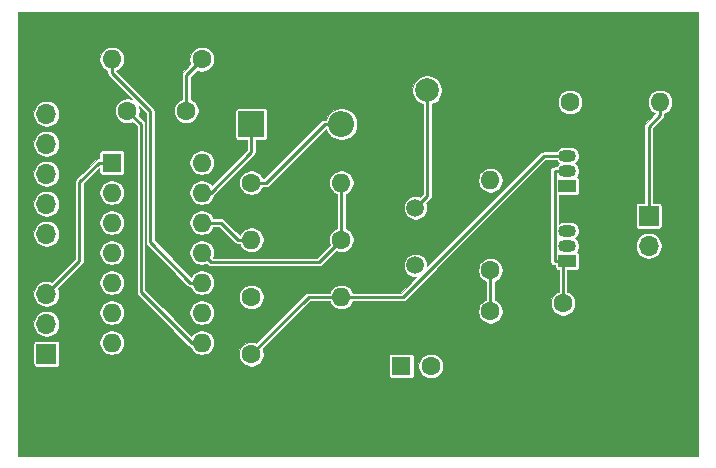
<source format=gbr>
G04 #@! TF.GenerationSoftware,KiCad,Pcbnew,(5.1.6)-1*
G04 #@! TF.CreationDate,2020-08-07T18:30:50-03:00*
G04 #@! TF.ProjectId,av-mc1000,61762d6d-6331-4303-9030-2e6b69636164,rev?*
G04 #@! TF.SameCoordinates,Original*
G04 #@! TF.FileFunction,Copper,L2,Bot*
G04 #@! TF.FilePolarity,Positive*
%FSLAX46Y46*%
G04 Gerber Fmt 4.6, Leading zero omitted, Abs format (unit mm)*
G04 Created by KiCad (PCBNEW (5.1.6)-1) date 2020-08-07 18:30:50*
%MOMM*%
%LPD*%
G01*
G04 APERTURE LIST*
G04 #@! TA.AperFunction,ComponentPad*
%ADD10O,1.700000X1.700000*%
G04 #@! TD*
G04 #@! TA.AperFunction,ComponentPad*
%ADD11R,1.700000X1.700000*%
G04 #@! TD*
G04 #@! TA.AperFunction,ComponentPad*
%ADD12C,1.600000*%
G04 #@! TD*
G04 #@! TA.AperFunction,ComponentPad*
%ADD13R,1.600000X1.600000*%
G04 #@! TD*
G04 #@! TA.AperFunction,ComponentPad*
%ADD14C,2.000000*%
G04 #@! TD*
G04 #@! TA.AperFunction,ComponentPad*
%ADD15R,2.200000X2.200000*%
G04 #@! TD*
G04 #@! TA.AperFunction,ComponentPad*
%ADD16O,2.200000X2.200000*%
G04 #@! TD*
G04 #@! TA.AperFunction,ComponentPad*
%ADD17R,1.500000X1.050000*%
G04 #@! TD*
G04 #@! TA.AperFunction,ComponentPad*
%ADD18O,1.500000X1.050000*%
G04 #@! TD*
G04 #@! TA.AperFunction,ComponentPad*
%ADD19O,1.600000X1.600000*%
G04 #@! TD*
G04 #@! TA.AperFunction,ComponentPad*
%ADD20C,1.500000*%
G04 #@! TD*
G04 #@! TA.AperFunction,ViaPad*
%ADD21C,0.800000*%
G04 #@! TD*
G04 #@! TA.AperFunction,Conductor*
%ADD22C,0.250000*%
G04 #@! TD*
G04 #@! TA.AperFunction,Conductor*
%ADD23C,0.100000*%
G04 #@! TD*
G04 APERTURE END LIST*
D10*
X142316000Y-111455000D03*
X142316000Y-108915000D03*
D11*
X142316000Y-106375000D03*
D12*
X103175600Y-97459800D03*
X98175600Y-97459800D03*
X128930000Y-119456000D03*
X128930000Y-114456000D03*
D13*
X121375000Y-119075000D03*
D12*
X123875000Y-119075000D03*
D14*
X128571000Y-95732600D03*
X123571000Y-95732600D03*
D15*
X108687000Y-98602800D03*
D16*
X116307000Y-98602800D03*
D11*
X91338400Y-118049000D03*
D10*
X91338400Y-115509000D03*
X91338400Y-112969000D03*
X91338400Y-110429000D03*
X91338400Y-107889000D03*
X91338400Y-105349000D03*
X91338400Y-102809000D03*
X91338400Y-100269000D03*
X91338400Y-97729000D03*
D17*
X135433000Y-110185000D03*
D18*
X135433000Y-107645000D03*
X135433000Y-108915000D03*
X135433000Y-102565000D03*
X135433000Y-101295000D03*
D17*
X135433000Y-103835000D03*
D19*
X116307000Y-103548000D03*
D12*
X108687000Y-103548000D03*
X116307000Y-108394000D03*
D19*
X108687000Y-108394000D03*
X135073000Y-121387000D03*
D12*
X135073000Y-113767000D03*
X108687000Y-113239000D03*
D19*
X116307000Y-113239000D03*
D12*
X108687000Y-118085000D03*
D19*
X116307000Y-118085000D03*
X143281000Y-96723200D03*
D12*
X135661000Y-96723200D03*
D19*
X96866000Y-93116400D03*
D12*
X104486000Y-93116400D03*
X128930000Y-110973000D03*
D19*
X128930000Y-103353000D03*
D13*
X96875600Y-101854000D03*
D19*
X104495600Y-117094000D03*
X96875600Y-104394000D03*
X104495600Y-114554000D03*
X96875600Y-106934000D03*
X104495600Y-112014000D03*
X96875600Y-109474000D03*
X104495600Y-109474000D03*
X96875600Y-112014000D03*
X104495600Y-106934000D03*
X96875600Y-114554000D03*
X104495600Y-104394000D03*
X96875600Y-117094000D03*
X104495600Y-101854000D03*
D20*
X122580000Y-105689000D03*
X122580000Y-110569000D03*
D21*
X117703600Y-90055700D03*
X145542000Y-90055700D03*
X89865200Y-90055700D03*
X89865200Y-125742700D03*
X117703600Y-125742700D03*
X145542000Y-125742700D03*
D22*
X104486000Y-93116400D02*
X103175600Y-94426800D01*
X103175600Y-94426800D02*
X103175600Y-97459800D01*
X99339400Y-112801400D02*
X99339400Y-98623600D01*
X104495600Y-117094000D02*
X103632000Y-117094000D01*
X99339400Y-98623600D02*
X98175600Y-97459800D01*
X103632000Y-117094000D02*
X99339400Y-112801400D01*
X128930000Y-110973000D02*
X128930000Y-114456000D01*
X122580000Y-105689000D02*
X123571000Y-104698000D01*
X123571000Y-104698000D02*
X123571000Y-95732600D01*
X108687000Y-100939200D02*
X108687000Y-98602800D01*
X104495600Y-104394000D02*
X105232200Y-104394000D01*
X105232200Y-104394000D02*
X108687000Y-100939200D01*
X116307000Y-98602800D02*
X114881700Y-98602800D01*
X108687000Y-103548000D02*
X109936500Y-103548000D01*
X109936500Y-103548000D02*
X114881700Y-98602800D01*
X94132400Y-103505000D02*
X94132400Y-110175000D01*
X96875600Y-101854000D02*
X95783400Y-101854000D01*
X94132400Y-110175000D02*
X91338400Y-112969000D01*
X95783400Y-101854000D02*
X94132400Y-103505000D01*
X143281000Y-96723200D02*
X143281000Y-97848500D01*
X143281000Y-97848500D02*
X142316000Y-98813500D01*
X142316000Y-98813500D02*
X142316000Y-106375000D01*
X135073000Y-110185000D02*
X134357700Y-110185000D01*
X135433000Y-110185000D02*
X135073000Y-110185000D01*
X135073000Y-113767000D02*
X135073000Y-110185000D01*
X135433000Y-102565000D02*
X134357700Y-102565000D01*
X134357700Y-102565000D02*
X134357700Y-110185000D01*
X116307000Y-108394000D02*
X116307000Y-103548000D01*
X114427001Y-110273999D02*
X116307000Y-108394000D01*
X105295599Y-110273999D02*
X114427001Y-110273999D01*
X104495600Y-109474000D02*
X105295599Y-110273999D01*
X108687000Y-108394000D02*
X107561700Y-108394000D01*
X104495600Y-106934000D02*
X106101700Y-106934000D01*
X106101700Y-106934000D02*
X107561700Y-108394000D01*
X116307000Y-113239000D02*
X121486500Y-113239000D01*
X121486500Y-113239000D02*
X133430500Y-101295000D01*
X133430500Y-101295000D02*
X135433000Y-101295000D01*
X108687000Y-118085000D02*
X113533000Y-113239000D01*
X113533000Y-113239000D02*
X116307000Y-113239000D01*
X96866000Y-94241700D02*
X96866000Y-93116400D01*
X100112300Y-108595900D02*
X100112300Y-97488000D01*
X104495600Y-112014000D02*
X103530400Y-112014000D01*
X100112300Y-97488000D02*
X96866000Y-94241700D01*
X103530400Y-112014000D02*
X100112300Y-108595900D01*
D23*
G36*
X146510001Y-126723400D02*
G01*
X88897200Y-126723400D01*
X88897200Y-117199000D01*
X90237191Y-117199000D01*
X90237191Y-118899000D01*
X90242018Y-118948008D01*
X90256313Y-118995134D01*
X90279527Y-119038564D01*
X90310768Y-119076632D01*
X90348836Y-119107873D01*
X90392266Y-119131087D01*
X90439392Y-119145382D01*
X90488400Y-119150209D01*
X92188400Y-119150209D01*
X92237408Y-119145382D01*
X92284534Y-119131087D01*
X92327964Y-119107873D01*
X92366032Y-119076632D01*
X92397273Y-119038564D01*
X92420487Y-118995134D01*
X92434782Y-118948008D01*
X92439609Y-118899000D01*
X92439609Y-117199000D01*
X92434782Y-117149992D01*
X92420487Y-117102866D01*
X92397273Y-117059436D01*
X92366032Y-117021368D01*
X92328521Y-116990584D01*
X95825600Y-116990584D01*
X95825600Y-117197416D01*
X95865950Y-117400274D01*
X95945102Y-117591362D01*
X96060011Y-117763336D01*
X96206264Y-117909589D01*
X96378238Y-118024498D01*
X96569326Y-118103650D01*
X96772184Y-118144000D01*
X96979016Y-118144000D01*
X97181874Y-118103650D01*
X97372962Y-118024498D01*
X97544936Y-117909589D01*
X97691189Y-117763336D01*
X97806098Y-117591362D01*
X97885250Y-117400274D01*
X97925600Y-117197416D01*
X97925600Y-116990584D01*
X97885250Y-116787726D01*
X97806098Y-116596638D01*
X97691189Y-116424664D01*
X97544936Y-116278411D01*
X97372962Y-116163502D01*
X97181874Y-116084350D01*
X96979016Y-116044000D01*
X96772184Y-116044000D01*
X96569326Y-116084350D01*
X96378238Y-116163502D01*
X96206264Y-116278411D01*
X96060011Y-116424664D01*
X95945102Y-116596638D01*
X95865950Y-116787726D01*
X95825600Y-116990584D01*
X92328521Y-116990584D01*
X92327964Y-116990127D01*
X92284534Y-116966913D01*
X92237408Y-116952618D01*
X92188400Y-116947791D01*
X90488400Y-116947791D01*
X90439392Y-116952618D01*
X90392266Y-116966913D01*
X90348836Y-116990127D01*
X90310768Y-117021368D01*
X90279527Y-117059436D01*
X90256313Y-117102866D01*
X90242018Y-117149992D01*
X90237191Y-117199000D01*
X88897200Y-117199000D01*
X88897200Y-115400659D01*
X90238400Y-115400659D01*
X90238400Y-115617341D01*
X90280673Y-115829858D01*
X90363593Y-116030045D01*
X90483975Y-116210209D01*
X90637191Y-116363425D01*
X90817355Y-116483807D01*
X91017542Y-116566727D01*
X91230059Y-116609000D01*
X91446741Y-116609000D01*
X91659258Y-116566727D01*
X91859445Y-116483807D01*
X92039609Y-116363425D01*
X92192825Y-116210209D01*
X92313207Y-116030045D01*
X92396127Y-115829858D01*
X92438400Y-115617341D01*
X92438400Y-115400659D01*
X92396127Y-115188142D01*
X92313207Y-114987955D01*
X92192825Y-114807791D01*
X92039609Y-114654575D01*
X91859445Y-114534193D01*
X91659258Y-114451273D01*
X91655795Y-114450584D01*
X95825600Y-114450584D01*
X95825600Y-114657416D01*
X95865950Y-114860274D01*
X95945102Y-115051362D01*
X96060011Y-115223336D01*
X96206264Y-115369589D01*
X96378238Y-115484498D01*
X96569326Y-115563650D01*
X96772184Y-115604000D01*
X96979016Y-115604000D01*
X97181874Y-115563650D01*
X97372962Y-115484498D01*
X97544936Y-115369589D01*
X97691189Y-115223336D01*
X97806098Y-115051362D01*
X97885250Y-114860274D01*
X97925600Y-114657416D01*
X97925600Y-114450584D01*
X97885250Y-114247726D01*
X97806098Y-114056638D01*
X97691189Y-113884664D01*
X97544936Y-113738411D01*
X97372962Y-113623502D01*
X97181874Y-113544350D01*
X96979016Y-113504000D01*
X96772184Y-113504000D01*
X96569326Y-113544350D01*
X96378238Y-113623502D01*
X96206264Y-113738411D01*
X96060011Y-113884664D01*
X95945102Y-114056638D01*
X95865950Y-114247726D01*
X95825600Y-114450584D01*
X91655795Y-114450584D01*
X91446741Y-114409000D01*
X91230059Y-114409000D01*
X91017542Y-114451273D01*
X90817355Y-114534193D01*
X90637191Y-114654575D01*
X90483975Y-114807791D01*
X90363593Y-114987955D01*
X90280673Y-115188142D01*
X90238400Y-115400659D01*
X88897200Y-115400659D01*
X88897200Y-112860659D01*
X90238400Y-112860659D01*
X90238400Y-113077341D01*
X90280673Y-113289858D01*
X90363593Y-113490045D01*
X90483975Y-113670209D01*
X90637191Y-113823425D01*
X90817355Y-113943807D01*
X91017542Y-114026727D01*
X91230059Y-114069000D01*
X91446741Y-114069000D01*
X91659258Y-114026727D01*
X91859445Y-113943807D01*
X92039609Y-113823425D01*
X92192825Y-113670209D01*
X92313207Y-113490045D01*
X92396127Y-113289858D01*
X92438400Y-113077341D01*
X92438400Y-112860659D01*
X92396127Y-112648142D01*
X92335633Y-112502096D01*
X92927145Y-111910584D01*
X95825600Y-111910584D01*
X95825600Y-112117416D01*
X95865950Y-112320274D01*
X95945102Y-112511362D01*
X96060011Y-112683336D01*
X96206264Y-112829589D01*
X96378238Y-112944498D01*
X96569326Y-113023650D01*
X96772184Y-113064000D01*
X96979016Y-113064000D01*
X97181874Y-113023650D01*
X97372962Y-112944498D01*
X97544936Y-112829589D01*
X97691189Y-112683336D01*
X97806098Y-112511362D01*
X97885250Y-112320274D01*
X97925600Y-112117416D01*
X97925600Y-111910584D01*
X97885250Y-111707726D01*
X97806098Y-111516638D01*
X97691189Y-111344664D01*
X97544936Y-111198411D01*
X97372962Y-111083502D01*
X97181874Y-111004350D01*
X96979016Y-110964000D01*
X96772184Y-110964000D01*
X96569326Y-111004350D01*
X96378238Y-111083502D01*
X96206264Y-111198411D01*
X96060011Y-111344664D01*
X95945102Y-111516638D01*
X95865950Y-111707726D01*
X95825600Y-111910584D01*
X92927145Y-111910584D01*
X94384539Y-110453191D01*
X94398848Y-110441448D01*
X94429172Y-110404498D01*
X94445710Y-110384347D01*
X94480530Y-110319201D01*
X94480531Y-110319200D01*
X94501974Y-110248513D01*
X94507400Y-110193419D01*
X94507400Y-110193416D01*
X94509214Y-110175000D01*
X94507400Y-110156584D01*
X94507400Y-109370584D01*
X95825600Y-109370584D01*
X95825600Y-109577416D01*
X95865950Y-109780274D01*
X95945102Y-109971362D01*
X96060011Y-110143336D01*
X96206264Y-110289589D01*
X96378238Y-110404498D01*
X96569326Y-110483650D01*
X96772184Y-110524000D01*
X96979016Y-110524000D01*
X97181874Y-110483650D01*
X97372962Y-110404498D01*
X97544936Y-110289589D01*
X97691189Y-110143336D01*
X97806098Y-109971362D01*
X97885250Y-109780274D01*
X97925600Y-109577416D01*
X97925600Y-109370584D01*
X97885250Y-109167726D01*
X97806098Y-108976638D01*
X97691189Y-108804664D01*
X97544936Y-108658411D01*
X97372962Y-108543502D01*
X97181874Y-108464350D01*
X96979016Y-108424000D01*
X96772184Y-108424000D01*
X96569326Y-108464350D01*
X96378238Y-108543502D01*
X96206264Y-108658411D01*
X96060011Y-108804664D01*
X95945102Y-108976638D01*
X95865950Y-109167726D01*
X95825600Y-109370584D01*
X94507400Y-109370584D01*
X94507400Y-106830584D01*
X95825600Y-106830584D01*
X95825600Y-107037416D01*
X95865950Y-107240274D01*
X95945102Y-107431362D01*
X96060011Y-107603336D01*
X96206264Y-107749589D01*
X96378238Y-107864498D01*
X96569326Y-107943650D01*
X96772184Y-107984000D01*
X96979016Y-107984000D01*
X97181874Y-107943650D01*
X97372962Y-107864498D01*
X97544936Y-107749589D01*
X97691189Y-107603336D01*
X97806098Y-107431362D01*
X97885250Y-107240274D01*
X97925600Y-107037416D01*
X97925600Y-106830584D01*
X97885250Y-106627726D01*
X97806098Y-106436638D01*
X97691189Y-106264664D01*
X97544936Y-106118411D01*
X97372962Y-106003502D01*
X97181874Y-105924350D01*
X96979016Y-105884000D01*
X96772184Y-105884000D01*
X96569326Y-105924350D01*
X96378238Y-106003502D01*
X96206264Y-106118411D01*
X96060011Y-106264664D01*
X95945102Y-106436638D01*
X95865950Y-106627726D01*
X95825600Y-106830584D01*
X94507400Y-106830584D01*
X94507400Y-104290584D01*
X95825600Y-104290584D01*
X95825600Y-104497416D01*
X95865950Y-104700274D01*
X95945102Y-104891362D01*
X96060011Y-105063336D01*
X96206264Y-105209589D01*
X96378238Y-105324498D01*
X96569326Y-105403650D01*
X96772184Y-105444000D01*
X96979016Y-105444000D01*
X97181874Y-105403650D01*
X97372962Y-105324498D01*
X97544936Y-105209589D01*
X97691189Y-105063336D01*
X97806098Y-104891362D01*
X97885250Y-104700274D01*
X97925600Y-104497416D01*
X97925600Y-104290584D01*
X97885250Y-104087726D01*
X97806098Y-103896638D01*
X97691189Y-103724664D01*
X97544936Y-103578411D01*
X97372962Y-103463502D01*
X97181874Y-103384350D01*
X96979016Y-103344000D01*
X96772184Y-103344000D01*
X96569326Y-103384350D01*
X96378238Y-103463502D01*
X96206264Y-103578411D01*
X96060011Y-103724664D01*
X95945102Y-103896638D01*
X95865950Y-104087726D01*
X95825600Y-104290584D01*
X94507400Y-104290584D01*
X94507400Y-103660329D01*
X95824391Y-102343339D01*
X95824391Y-102654000D01*
X95829218Y-102703008D01*
X95843513Y-102750134D01*
X95866727Y-102793564D01*
X95897968Y-102831632D01*
X95936036Y-102862873D01*
X95979466Y-102886087D01*
X96026592Y-102900382D01*
X96075600Y-102905209D01*
X97675600Y-102905209D01*
X97724608Y-102900382D01*
X97771734Y-102886087D01*
X97815164Y-102862873D01*
X97853232Y-102831632D01*
X97884473Y-102793564D01*
X97907687Y-102750134D01*
X97921982Y-102703008D01*
X97926809Y-102654000D01*
X97926809Y-101054000D01*
X97921982Y-101004992D01*
X97907687Y-100957866D01*
X97884473Y-100914436D01*
X97853232Y-100876368D01*
X97815164Y-100845127D01*
X97771734Y-100821913D01*
X97724608Y-100807618D01*
X97675600Y-100802791D01*
X96075600Y-100802791D01*
X96026592Y-100807618D01*
X95979466Y-100821913D01*
X95936036Y-100845127D01*
X95897968Y-100876368D01*
X95866727Y-100914436D01*
X95843513Y-100957866D01*
X95829218Y-101004992D01*
X95824391Y-101054000D01*
X95824391Y-101479000D01*
X95801816Y-101479000D01*
X95783400Y-101477186D01*
X95764984Y-101479000D01*
X95764981Y-101479000D01*
X95709887Y-101484426D01*
X95639200Y-101505869D01*
X95618507Y-101516930D01*
X95574053Y-101540690D01*
X95548760Y-101561448D01*
X95516952Y-101587552D01*
X95505209Y-101601861D01*
X93880266Y-103226805D01*
X93865952Y-103238552D01*
X93819091Y-103295654D01*
X93784269Y-103360801D01*
X93762826Y-103431488D01*
X93758591Y-103474488D01*
X93755586Y-103505000D01*
X93757400Y-103523416D01*
X93757401Y-110019669D01*
X91805304Y-111971767D01*
X91659258Y-111911273D01*
X91446741Y-111869000D01*
X91230059Y-111869000D01*
X91017542Y-111911273D01*
X90817355Y-111994193D01*
X90637191Y-112114575D01*
X90483975Y-112267791D01*
X90363593Y-112447955D01*
X90280673Y-112648142D01*
X90238400Y-112860659D01*
X88897200Y-112860659D01*
X88897200Y-107780659D01*
X90238400Y-107780659D01*
X90238400Y-107997341D01*
X90280673Y-108209858D01*
X90363593Y-108410045D01*
X90483975Y-108590209D01*
X90637191Y-108743425D01*
X90817355Y-108863807D01*
X91017542Y-108946727D01*
X91230059Y-108989000D01*
X91446741Y-108989000D01*
X91659258Y-108946727D01*
X91859445Y-108863807D01*
X92039609Y-108743425D01*
X92192825Y-108590209D01*
X92313207Y-108410045D01*
X92396127Y-108209858D01*
X92438400Y-107997341D01*
X92438400Y-107780659D01*
X92396127Y-107568142D01*
X92313207Y-107367955D01*
X92192825Y-107187791D01*
X92039609Y-107034575D01*
X91859445Y-106914193D01*
X91659258Y-106831273D01*
X91446741Y-106789000D01*
X91230059Y-106789000D01*
X91017542Y-106831273D01*
X90817355Y-106914193D01*
X90637191Y-107034575D01*
X90483975Y-107187791D01*
X90363593Y-107367955D01*
X90280673Y-107568142D01*
X90238400Y-107780659D01*
X88897200Y-107780659D01*
X88897200Y-105240659D01*
X90238400Y-105240659D01*
X90238400Y-105457341D01*
X90280673Y-105669858D01*
X90363593Y-105870045D01*
X90483975Y-106050209D01*
X90637191Y-106203425D01*
X90817355Y-106323807D01*
X91017542Y-106406727D01*
X91230059Y-106449000D01*
X91446741Y-106449000D01*
X91659258Y-106406727D01*
X91859445Y-106323807D01*
X92039609Y-106203425D01*
X92192825Y-106050209D01*
X92313207Y-105870045D01*
X92396127Y-105669858D01*
X92438400Y-105457341D01*
X92438400Y-105240659D01*
X92396127Y-105028142D01*
X92313207Y-104827955D01*
X92192825Y-104647791D01*
X92039609Y-104494575D01*
X91859445Y-104374193D01*
X91659258Y-104291273D01*
X91446741Y-104249000D01*
X91230059Y-104249000D01*
X91017542Y-104291273D01*
X90817355Y-104374193D01*
X90637191Y-104494575D01*
X90483975Y-104647791D01*
X90363593Y-104827955D01*
X90280673Y-105028142D01*
X90238400Y-105240659D01*
X88897200Y-105240659D01*
X88897200Y-102700659D01*
X90238400Y-102700659D01*
X90238400Y-102917341D01*
X90280673Y-103129858D01*
X90363593Y-103330045D01*
X90483975Y-103510209D01*
X90637191Y-103663425D01*
X90817355Y-103783807D01*
X91017542Y-103866727D01*
X91230059Y-103909000D01*
X91446741Y-103909000D01*
X91659258Y-103866727D01*
X91859445Y-103783807D01*
X92039609Y-103663425D01*
X92192825Y-103510209D01*
X92313207Y-103330045D01*
X92396127Y-103129858D01*
X92438400Y-102917341D01*
X92438400Y-102700659D01*
X92396127Y-102488142D01*
X92313207Y-102287955D01*
X92192825Y-102107791D01*
X92039609Y-101954575D01*
X91859445Y-101834193D01*
X91659258Y-101751273D01*
X91446741Y-101709000D01*
X91230059Y-101709000D01*
X91017542Y-101751273D01*
X90817355Y-101834193D01*
X90637191Y-101954575D01*
X90483975Y-102107791D01*
X90363593Y-102287955D01*
X90280673Y-102488142D01*
X90238400Y-102700659D01*
X88897200Y-102700659D01*
X88897200Y-100160659D01*
X90238400Y-100160659D01*
X90238400Y-100377341D01*
X90280673Y-100589858D01*
X90363593Y-100790045D01*
X90483975Y-100970209D01*
X90637191Y-101123425D01*
X90817355Y-101243807D01*
X91017542Y-101326727D01*
X91230059Y-101369000D01*
X91446741Y-101369000D01*
X91659258Y-101326727D01*
X91859445Y-101243807D01*
X92039609Y-101123425D01*
X92192825Y-100970209D01*
X92313207Y-100790045D01*
X92396127Y-100589858D01*
X92438400Y-100377341D01*
X92438400Y-100160659D01*
X92396127Y-99948142D01*
X92313207Y-99747955D01*
X92192825Y-99567791D01*
X92039609Y-99414575D01*
X91859445Y-99294193D01*
X91659258Y-99211273D01*
X91446741Y-99169000D01*
X91230059Y-99169000D01*
X91017542Y-99211273D01*
X90817355Y-99294193D01*
X90637191Y-99414575D01*
X90483975Y-99567791D01*
X90363593Y-99747955D01*
X90280673Y-99948142D01*
X90238400Y-100160659D01*
X88897200Y-100160659D01*
X88897200Y-97620659D01*
X90238400Y-97620659D01*
X90238400Y-97837341D01*
X90280673Y-98049858D01*
X90363593Y-98250045D01*
X90483975Y-98430209D01*
X90637191Y-98583425D01*
X90817355Y-98703807D01*
X91017542Y-98786727D01*
X91230059Y-98829000D01*
X91446741Y-98829000D01*
X91659258Y-98786727D01*
X91859445Y-98703807D01*
X92039609Y-98583425D01*
X92192825Y-98430209D01*
X92313207Y-98250045D01*
X92396127Y-98049858D01*
X92438400Y-97837341D01*
X92438400Y-97620659D01*
X92396127Y-97408142D01*
X92313207Y-97207955D01*
X92192825Y-97027791D01*
X92039609Y-96874575D01*
X91859445Y-96754193D01*
X91659258Y-96671273D01*
X91446741Y-96629000D01*
X91230059Y-96629000D01*
X91017542Y-96671273D01*
X90817355Y-96754193D01*
X90637191Y-96874575D01*
X90483975Y-97027791D01*
X90363593Y-97207955D01*
X90280673Y-97408142D01*
X90238400Y-97620659D01*
X88897200Y-97620659D01*
X88897200Y-93012984D01*
X95816000Y-93012984D01*
X95816000Y-93219816D01*
X95856350Y-93422674D01*
X95935502Y-93613762D01*
X96050411Y-93785736D01*
X96196664Y-93931989D01*
X96368638Y-94046898D01*
X96491000Y-94097583D01*
X96491000Y-94223284D01*
X96489186Y-94241700D01*
X96491000Y-94260116D01*
X96491000Y-94260118D01*
X96496426Y-94315212D01*
X96517869Y-94385899D01*
X96552691Y-94451046D01*
X96599552Y-94508148D01*
X96613866Y-94519895D01*
X98588136Y-96494166D01*
X98481874Y-96450150D01*
X98279016Y-96409800D01*
X98072184Y-96409800D01*
X97869326Y-96450150D01*
X97678238Y-96529302D01*
X97506264Y-96644211D01*
X97360011Y-96790464D01*
X97245102Y-96962438D01*
X97165950Y-97153526D01*
X97125600Y-97356384D01*
X97125600Y-97563216D01*
X97165950Y-97766074D01*
X97245102Y-97957162D01*
X97360011Y-98129136D01*
X97506264Y-98275389D01*
X97678238Y-98390298D01*
X97869326Y-98469450D01*
X98072184Y-98509800D01*
X98279016Y-98509800D01*
X98481874Y-98469450D01*
X98604236Y-98418766D01*
X98964401Y-98778931D01*
X98964400Y-112782984D01*
X98962586Y-112801400D01*
X98964400Y-112819816D01*
X98964400Y-112819818D01*
X98969826Y-112874912D01*
X98991269Y-112945599D01*
X99026091Y-113010746D01*
X99072952Y-113067848D01*
X99087266Y-113079595D01*
X103353809Y-117346139D01*
X103365552Y-117360448D01*
X103422653Y-117407309D01*
X103487800Y-117442131D01*
X103505514Y-117447504D01*
X103565102Y-117591362D01*
X103680011Y-117763336D01*
X103826264Y-117909589D01*
X103998238Y-118024498D01*
X104189326Y-118103650D01*
X104392184Y-118144000D01*
X104599016Y-118144000D01*
X104801874Y-118103650D01*
X104992962Y-118024498D01*
X105057187Y-117981584D01*
X107637000Y-117981584D01*
X107637000Y-118188416D01*
X107677350Y-118391274D01*
X107756502Y-118582362D01*
X107871411Y-118754336D01*
X108017664Y-118900589D01*
X108189638Y-119015498D01*
X108380726Y-119094650D01*
X108583584Y-119135000D01*
X108790416Y-119135000D01*
X108993274Y-119094650D01*
X109184362Y-119015498D01*
X109356336Y-118900589D01*
X109502589Y-118754336D01*
X109617498Y-118582362D01*
X109696650Y-118391274D01*
X109719777Y-118275000D01*
X120323791Y-118275000D01*
X120323791Y-119875000D01*
X120328618Y-119924008D01*
X120342913Y-119971134D01*
X120366127Y-120014564D01*
X120397368Y-120052632D01*
X120435436Y-120083873D01*
X120478866Y-120107087D01*
X120525992Y-120121382D01*
X120575000Y-120126209D01*
X122175000Y-120126209D01*
X122224008Y-120121382D01*
X122271134Y-120107087D01*
X122314564Y-120083873D01*
X122352632Y-120052632D01*
X122383873Y-120014564D01*
X122407087Y-119971134D01*
X122421382Y-119924008D01*
X122426209Y-119875000D01*
X122426209Y-118971584D01*
X122825000Y-118971584D01*
X122825000Y-119178416D01*
X122865350Y-119381274D01*
X122944502Y-119572362D01*
X123059411Y-119744336D01*
X123205664Y-119890589D01*
X123377638Y-120005498D01*
X123568726Y-120084650D01*
X123771584Y-120125000D01*
X123978416Y-120125000D01*
X124181274Y-120084650D01*
X124372362Y-120005498D01*
X124544336Y-119890589D01*
X124690589Y-119744336D01*
X124805498Y-119572362D01*
X124884650Y-119381274D01*
X124925000Y-119178416D01*
X124925000Y-118971584D01*
X124884650Y-118768726D01*
X124805498Y-118577638D01*
X124690589Y-118405664D01*
X124544336Y-118259411D01*
X124372362Y-118144502D01*
X124181274Y-118065350D01*
X123978416Y-118025000D01*
X123771584Y-118025000D01*
X123568726Y-118065350D01*
X123377638Y-118144502D01*
X123205664Y-118259411D01*
X123059411Y-118405664D01*
X122944502Y-118577638D01*
X122865350Y-118768726D01*
X122825000Y-118971584D01*
X122426209Y-118971584D01*
X122426209Y-118275000D01*
X122421382Y-118225992D01*
X122407087Y-118178866D01*
X122383873Y-118135436D01*
X122352632Y-118097368D01*
X122314564Y-118066127D01*
X122271134Y-118042913D01*
X122224008Y-118028618D01*
X122175000Y-118023791D01*
X120575000Y-118023791D01*
X120525992Y-118028618D01*
X120478866Y-118042913D01*
X120435436Y-118066127D01*
X120397368Y-118097368D01*
X120366127Y-118135436D01*
X120342913Y-118178866D01*
X120328618Y-118225992D01*
X120323791Y-118275000D01*
X109719777Y-118275000D01*
X109737000Y-118188416D01*
X109737000Y-117981584D01*
X109696650Y-117778726D01*
X109645965Y-117656364D01*
X113688330Y-113614000D01*
X115325818Y-113614000D01*
X115376502Y-113736362D01*
X115491411Y-113908336D01*
X115637664Y-114054589D01*
X115809638Y-114169498D01*
X116000726Y-114248650D01*
X116203584Y-114289000D01*
X116410416Y-114289000D01*
X116613274Y-114248650D01*
X116804362Y-114169498D01*
X116976336Y-114054589D01*
X117122589Y-113908336D01*
X117237498Y-113736362D01*
X117288182Y-113614000D01*
X121468084Y-113614000D01*
X121486500Y-113615814D01*
X121504916Y-113614000D01*
X121504919Y-113614000D01*
X121560013Y-113608574D01*
X121630700Y-113587131D01*
X121695847Y-113552309D01*
X121752948Y-113505448D01*
X121764695Y-113491134D01*
X124386245Y-110869584D01*
X127880000Y-110869584D01*
X127880000Y-111076416D01*
X127920350Y-111279274D01*
X127999502Y-111470362D01*
X128114411Y-111642336D01*
X128260664Y-111788589D01*
X128432638Y-111903498D01*
X128555000Y-111954183D01*
X128555001Y-113474817D01*
X128432638Y-113525502D01*
X128260664Y-113640411D01*
X128114411Y-113786664D01*
X127999502Y-113958638D01*
X127920350Y-114149726D01*
X127880000Y-114352584D01*
X127880000Y-114559416D01*
X127920350Y-114762274D01*
X127999502Y-114953362D01*
X128114411Y-115125336D01*
X128260664Y-115271589D01*
X128432638Y-115386498D01*
X128623726Y-115465650D01*
X128826584Y-115506000D01*
X129033416Y-115506000D01*
X129236274Y-115465650D01*
X129427362Y-115386498D01*
X129599336Y-115271589D01*
X129745589Y-115125336D01*
X129860498Y-114953362D01*
X129939650Y-114762274D01*
X129980000Y-114559416D01*
X129980000Y-114352584D01*
X129939650Y-114149726D01*
X129860498Y-113958638D01*
X129745589Y-113786664D01*
X129599336Y-113640411D01*
X129427362Y-113525502D01*
X129305000Y-113474818D01*
X129305000Y-111954182D01*
X129427362Y-111903498D01*
X129599336Y-111788589D01*
X129745589Y-111642336D01*
X129860498Y-111470362D01*
X129939650Y-111279274D01*
X129980000Y-111076416D01*
X129980000Y-110869584D01*
X129939650Y-110666726D01*
X129860498Y-110475638D01*
X129745589Y-110303664D01*
X129599336Y-110157411D01*
X129427362Y-110042502D01*
X129236274Y-109963350D01*
X129033416Y-109923000D01*
X128826584Y-109923000D01*
X128623726Y-109963350D01*
X128432638Y-110042502D01*
X128260664Y-110157411D01*
X128114411Y-110303664D01*
X127999502Y-110475638D01*
X127920350Y-110666726D01*
X127880000Y-110869584D01*
X124386245Y-110869584D01*
X133585830Y-101670000D01*
X134529680Y-101670000D01*
X134560494Y-101727650D01*
X134657341Y-101845659D01*
X134760111Y-101930000D01*
X134657341Y-102014341D01*
X134560494Y-102132350D01*
X134529680Y-102190000D01*
X134376119Y-102190000D01*
X134357700Y-102188186D01*
X134339281Y-102190000D01*
X134284187Y-102195426D01*
X134213500Y-102216869D01*
X134148353Y-102251691D01*
X134091252Y-102298552D01*
X134044391Y-102355653D01*
X134009569Y-102420800D01*
X133988126Y-102491487D01*
X133980886Y-102565000D01*
X133982700Y-102583419D01*
X133982701Y-110166571D01*
X133980886Y-110185000D01*
X133988126Y-110258513D01*
X134009569Y-110329200D01*
X134044391Y-110394347D01*
X134091252Y-110451448D01*
X134148353Y-110498309D01*
X134213500Y-110533131D01*
X134284187Y-110554574D01*
X134339281Y-110560000D01*
X134357700Y-110561814D01*
X134376119Y-110560000D01*
X134431791Y-110560000D01*
X134431791Y-110710000D01*
X134436618Y-110759008D01*
X134450913Y-110806134D01*
X134474127Y-110849564D01*
X134505368Y-110887632D01*
X134543436Y-110918873D01*
X134586866Y-110942087D01*
X134633992Y-110956382D01*
X134683000Y-110961209D01*
X134698001Y-110961209D01*
X134698000Y-112785817D01*
X134575638Y-112836502D01*
X134403664Y-112951411D01*
X134257411Y-113097664D01*
X134142502Y-113269638D01*
X134063350Y-113460726D01*
X134023000Y-113663584D01*
X134023000Y-113870416D01*
X134063350Y-114073274D01*
X134142502Y-114264362D01*
X134257411Y-114436336D01*
X134403664Y-114582589D01*
X134575638Y-114697498D01*
X134766726Y-114776650D01*
X134969584Y-114817000D01*
X135176416Y-114817000D01*
X135379274Y-114776650D01*
X135570362Y-114697498D01*
X135742336Y-114582589D01*
X135888589Y-114436336D01*
X136003498Y-114264362D01*
X136082650Y-114073274D01*
X136123000Y-113870416D01*
X136123000Y-113663584D01*
X136082650Y-113460726D01*
X136003498Y-113269638D01*
X135888589Y-113097664D01*
X135742336Y-112951411D01*
X135570362Y-112836502D01*
X135448000Y-112785818D01*
X135448000Y-110961209D01*
X136183000Y-110961209D01*
X136232008Y-110956382D01*
X136279134Y-110942087D01*
X136322564Y-110918873D01*
X136360632Y-110887632D01*
X136391873Y-110849564D01*
X136415087Y-110806134D01*
X136429382Y-110759008D01*
X136434209Y-110710000D01*
X136434209Y-109660000D01*
X136429382Y-109610992D01*
X136415087Y-109563866D01*
X136391873Y-109520436D01*
X136360632Y-109482368D01*
X136322564Y-109451127D01*
X136279134Y-109427913D01*
X136247509Y-109418320D01*
X136305506Y-109347650D01*
X136377470Y-109213014D01*
X136421786Y-109066926D01*
X136436749Y-108915000D01*
X136426079Y-108806659D01*
X141216000Y-108806659D01*
X141216000Y-109023341D01*
X141258273Y-109235858D01*
X141341193Y-109436045D01*
X141461575Y-109616209D01*
X141614791Y-109769425D01*
X141794955Y-109889807D01*
X141995142Y-109972727D01*
X142207659Y-110015000D01*
X142424341Y-110015000D01*
X142636858Y-109972727D01*
X142837045Y-109889807D01*
X143017209Y-109769425D01*
X143170425Y-109616209D01*
X143290807Y-109436045D01*
X143373727Y-109235858D01*
X143416000Y-109023341D01*
X143416000Y-108806659D01*
X143373727Y-108594142D01*
X143290807Y-108393955D01*
X143170425Y-108213791D01*
X143017209Y-108060575D01*
X142837045Y-107940193D01*
X142636858Y-107857273D01*
X142424341Y-107815000D01*
X142207659Y-107815000D01*
X141995142Y-107857273D01*
X141794955Y-107940193D01*
X141614791Y-108060575D01*
X141461575Y-108213791D01*
X141341193Y-108393955D01*
X141258273Y-108594142D01*
X141216000Y-108806659D01*
X136426079Y-108806659D01*
X136421786Y-108763074D01*
X136377470Y-108616986D01*
X136305506Y-108482350D01*
X136208659Y-108364341D01*
X136105889Y-108280000D01*
X136208659Y-108195659D01*
X136305506Y-108077650D01*
X136377470Y-107943014D01*
X136421786Y-107796926D01*
X136436749Y-107645000D01*
X136421786Y-107493074D01*
X136377470Y-107346986D01*
X136305506Y-107212350D01*
X136208659Y-107094341D01*
X136090650Y-106997494D01*
X135956014Y-106925530D01*
X135809926Y-106881214D01*
X135696065Y-106870000D01*
X135169935Y-106870000D01*
X135056074Y-106881214D01*
X134909986Y-106925530D01*
X134775350Y-106997494D01*
X134732700Y-107032496D01*
X134732700Y-105525000D01*
X141214791Y-105525000D01*
X141214791Y-107225000D01*
X141219618Y-107274008D01*
X141233913Y-107321134D01*
X141257127Y-107364564D01*
X141288368Y-107402632D01*
X141326436Y-107433873D01*
X141369866Y-107457087D01*
X141416992Y-107471382D01*
X141466000Y-107476209D01*
X143166000Y-107476209D01*
X143215008Y-107471382D01*
X143262134Y-107457087D01*
X143305564Y-107433873D01*
X143343632Y-107402632D01*
X143374873Y-107364564D01*
X143398087Y-107321134D01*
X143412382Y-107274008D01*
X143417209Y-107225000D01*
X143417209Y-105525000D01*
X143412382Y-105475992D01*
X143398087Y-105428866D01*
X143374873Y-105385436D01*
X143343632Y-105347368D01*
X143305564Y-105316127D01*
X143262134Y-105292913D01*
X143215008Y-105278618D01*
X143166000Y-105273791D01*
X142691000Y-105273791D01*
X142691000Y-98968829D01*
X143533139Y-98126691D01*
X143547448Y-98114948D01*
X143594309Y-98057847D01*
X143629131Y-97992700D01*
X143650574Y-97922013D01*
X143656000Y-97866919D01*
X143656000Y-97866917D01*
X143657814Y-97848501D01*
X143656000Y-97830085D01*
X143656000Y-97704382D01*
X143778362Y-97653698D01*
X143950336Y-97538789D01*
X144096589Y-97392536D01*
X144211498Y-97220562D01*
X144290650Y-97029474D01*
X144331000Y-96826616D01*
X144331000Y-96619784D01*
X144290650Y-96416926D01*
X144211498Y-96225838D01*
X144096589Y-96053864D01*
X143950336Y-95907611D01*
X143778362Y-95792702D01*
X143587274Y-95713550D01*
X143384416Y-95673200D01*
X143177584Y-95673200D01*
X142974726Y-95713550D01*
X142783638Y-95792702D01*
X142611664Y-95907611D01*
X142465411Y-96053864D01*
X142350502Y-96225838D01*
X142271350Y-96416926D01*
X142231000Y-96619784D01*
X142231000Y-96826616D01*
X142271350Y-97029474D01*
X142350502Y-97220562D01*
X142465411Y-97392536D01*
X142611664Y-97538789D01*
X142783638Y-97653698D01*
X142898072Y-97701098D01*
X142063866Y-98535305D01*
X142049552Y-98547052D01*
X142002691Y-98604154D01*
X141967869Y-98669301D01*
X141946426Y-98739988D01*
X141943687Y-98767801D01*
X141939186Y-98813500D01*
X141941000Y-98831916D01*
X141941001Y-105273791D01*
X141466000Y-105273791D01*
X141416992Y-105278618D01*
X141369866Y-105292913D01*
X141326436Y-105316127D01*
X141288368Y-105347368D01*
X141257127Y-105385436D01*
X141233913Y-105428866D01*
X141219618Y-105475992D01*
X141214791Y-105525000D01*
X134732700Y-105525000D01*
X134732700Y-104611209D01*
X136183000Y-104611209D01*
X136232008Y-104606382D01*
X136279134Y-104592087D01*
X136322564Y-104568873D01*
X136360632Y-104537632D01*
X136391873Y-104499564D01*
X136415087Y-104456134D01*
X136429382Y-104409008D01*
X136434209Y-104360000D01*
X136434209Y-103310000D01*
X136429382Y-103260992D01*
X136415087Y-103213866D01*
X136391873Y-103170436D01*
X136360632Y-103132368D01*
X136322564Y-103101127D01*
X136279134Y-103077913D01*
X136247509Y-103068320D01*
X136305506Y-102997650D01*
X136377470Y-102863014D01*
X136421786Y-102716926D01*
X136436749Y-102565000D01*
X136421786Y-102413074D01*
X136377470Y-102266986D01*
X136305506Y-102132350D01*
X136208659Y-102014341D01*
X136105889Y-101930000D01*
X136208659Y-101845659D01*
X136305506Y-101727650D01*
X136377470Y-101593014D01*
X136421786Y-101446926D01*
X136436749Y-101295000D01*
X136421786Y-101143074D01*
X136377470Y-100996986D01*
X136305506Y-100862350D01*
X136208659Y-100744341D01*
X136090650Y-100647494D01*
X135956014Y-100575530D01*
X135809926Y-100531214D01*
X135696065Y-100520000D01*
X135169935Y-100520000D01*
X135056074Y-100531214D01*
X134909986Y-100575530D01*
X134775350Y-100647494D01*
X134657341Y-100744341D01*
X134560494Y-100862350D01*
X134529680Y-100920000D01*
X133448916Y-100920000D01*
X133430500Y-100918186D01*
X133412084Y-100920000D01*
X133412081Y-100920000D01*
X133356987Y-100925426D01*
X133286300Y-100946869D01*
X133221153Y-100981691D01*
X133164052Y-101028552D01*
X133152309Y-101042861D01*
X123580000Y-110615171D01*
X123580000Y-110470509D01*
X123541571Y-110277311D01*
X123466189Y-110095322D01*
X123356751Y-109931537D01*
X123217463Y-109792249D01*
X123053678Y-109682811D01*
X122871689Y-109607429D01*
X122678491Y-109569000D01*
X122481509Y-109569000D01*
X122288311Y-109607429D01*
X122106322Y-109682811D01*
X121942537Y-109792249D01*
X121803249Y-109931537D01*
X121693811Y-110095322D01*
X121618429Y-110277311D01*
X121580000Y-110470509D01*
X121580000Y-110667491D01*
X121618429Y-110860689D01*
X121693811Y-111042678D01*
X121803249Y-111206463D01*
X121942537Y-111345751D01*
X122106322Y-111455189D01*
X122288311Y-111530571D01*
X122481509Y-111569000D01*
X122626171Y-111569000D01*
X121331171Y-112864000D01*
X117288182Y-112864000D01*
X117237498Y-112741638D01*
X117122589Y-112569664D01*
X116976336Y-112423411D01*
X116804362Y-112308502D01*
X116613274Y-112229350D01*
X116410416Y-112189000D01*
X116203584Y-112189000D01*
X116000726Y-112229350D01*
X115809638Y-112308502D01*
X115637664Y-112423411D01*
X115491411Y-112569664D01*
X115376502Y-112741638D01*
X115325818Y-112864000D01*
X113551416Y-112864000D01*
X113533000Y-112862186D01*
X113514584Y-112864000D01*
X113514581Y-112864000D01*
X113459487Y-112869426D01*
X113388800Y-112890869D01*
X113323653Y-112925691D01*
X113266552Y-112972552D01*
X113254810Y-112986860D01*
X109115636Y-117126035D01*
X108993274Y-117075350D01*
X108790416Y-117035000D01*
X108583584Y-117035000D01*
X108380726Y-117075350D01*
X108189638Y-117154502D01*
X108017664Y-117269411D01*
X107871411Y-117415664D01*
X107756502Y-117587638D01*
X107677350Y-117778726D01*
X107637000Y-117981584D01*
X105057187Y-117981584D01*
X105164936Y-117909589D01*
X105311189Y-117763336D01*
X105426098Y-117591362D01*
X105505250Y-117400274D01*
X105545600Y-117197416D01*
X105545600Y-116990584D01*
X105505250Y-116787726D01*
X105426098Y-116596638D01*
X105311189Y-116424664D01*
X105164936Y-116278411D01*
X104992962Y-116163502D01*
X104801874Y-116084350D01*
X104599016Y-116044000D01*
X104392184Y-116044000D01*
X104189326Y-116084350D01*
X103998238Y-116163502D01*
X103826264Y-116278411D01*
X103680011Y-116424664D01*
X103605103Y-116536773D01*
X101518914Y-114450584D01*
X103445600Y-114450584D01*
X103445600Y-114657416D01*
X103485950Y-114860274D01*
X103565102Y-115051362D01*
X103680011Y-115223336D01*
X103826264Y-115369589D01*
X103998238Y-115484498D01*
X104189326Y-115563650D01*
X104392184Y-115604000D01*
X104599016Y-115604000D01*
X104801874Y-115563650D01*
X104992962Y-115484498D01*
X105164936Y-115369589D01*
X105311189Y-115223336D01*
X105426098Y-115051362D01*
X105505250Y-114860274D01*
X105545600Y-114657416D01*
X105545600Y-114450584D01*
X105505250Y-114247726D01*
X105426098Y-114056638D01*
X105311189Y-113884664D01*
X105164936Y-113738411D01*
X104992962Y-113623502D01*
X104801874Y-113544350D01*
X104599016Y-113504000D01*
X104392184Y-113504000D01*
X104189326Y-113544350D01*
X103998238Y-113623502D01*
X103826264Y-113738411D01*
X103680011Y-113884664D01*
X103565102Y-114056638D01*
X103485950Y-114247726D01*
X103445600Y-114450584D01*
X101518914Y-114450584D01*
X100203914Y-113135584D01*
X107637000Y-113135584D01*
X107637000Y-113342416D01*
X107677350Y-113545274D01*
X107756502Y-113736362D01*
X107871411Y-113908336D01*
X108017664Y-114054589D01*
X108189638Y-114169498D01*
X108380726Y-114248650D01*
X108583584Y-114289000D01*
X108790416Y-114289000D01*
X108993274Y-114248650D01*
X109184362Y-114169498D01*
X109356336Y-114054589D01*
X109502589Y-113908336D01*
X109617498Y-113736362D01*
X109696650Y-113545274D01*
X109737000Y-113342416D01*
X109737000Y-113135584D01*
X109696650Y-112932726D01*
X109617498Y-112741638D01*
X109502589Y-112569664D01*
X109356336Y-112423411D01*
X109184362Y-112308502D01*
X108993274Y-112229350D01*
X108790416Y-112189000D01*
X108583584Y-112189000D01*
X108380726Y-112229350D01*
X108189638Y-112308502D01*
X108017664Y-112423411D01*
X107871411Y-112569664D01*
X107756502Y-112741638D01*
X107677350Y-112932726D01*
X107637000Y-113135584D01*
X100203914Y-113135584D01*
X99714400Y-112646071D01*
X99714400Y-98642016D01*
X99716214Y-98623600D01*
X99714299Y-98604154D01*
X99708974Y-98550087D01*
X99687531Y-98479400D01*
X99661238Y-98430209D01*
X99652710Y-98414253D01*
X99617589Y-98371459D01*
X99605848Y-98357152D01*
X99591539Y-98345409D01*
X99134566Y-97888436D01*
X99185250Y-97766074D01*
X99225600Y-97563216D01*
X99225600Y-97356384D01*
X99185250Y-97153526D01*
X99141235Y-97047264D01*
X99737301Y-97643331D01*
X99737300Y-108577484D01*
X99735486Y-108595900D01*
X99737300Y-108614316D01*
X99737300Y-108614318D01*
X99742726Y-108669412D01*
X99764169Y-108740099D01*
X99798991Y-108805246D01*
X99845852Y-108862348D01*
X99860166Y-108874095D01*
X103252209Y-112266139D01*
X103263952Y-112280448D01*
X103294166Y-112305243D01*
X103321052Y-112327309D01*
X103386198Y-112362130D01*
X103386200Y-112362131D01*
X103456887Y-112383574D01*
X103511981Y-112389000D01*
X103511983Y-112389000D01*
X103514521Y-112389250D01*
X103565102Y-112511362D01*
X103680011Y-112683336D01*
X103826264Y-112829589D01*
X103998238Y-112944498D01*
X104189326Y-113023650D01*
X104392184Y-113064000D01*
X104599016Y-113064000D01*
X104801874Y-113023650D01*
X104992962Y-112944498D01*
X105164936Y-112829589D01*
X105311189Y-112683336D01*
X105426098Y-112511362D01*
X105505250Y-112320274D01*
X105545600Y-112117416D01*
X105545600Y-111910584D01*
X105505250Y-111707726D01*
X105426098Y-111516638D01*
X105311189Y-111344664D01*
X105164936Y-111198411D01*
X104992962Y-111083502D01*
X104801874Y-111004350D01*
X104599016Y-110964000D01*
X104392184Y-110964000D01*
X104189326Y-111004350D01*
X103998238Y-111083502D01*
X103826264Y-111198411D01*
X103680011Y-111344664D01*
X103565102Y-111516638D01*
X103564594Y-111517864D01*
X101417314Y-109370584D01*
X103445600Y-109370584D01*
X103445600Y-109577416D01*
X103485950Y-109780274D01*
X103565102Y-109971362D01*
X103680011Y-110143336D01*
X103826264Y-110289589D01*
X103998238Y-110404498D01*
X104189326Y-110483650D01*
X104392184Y-110524000D01*
X104599016Y-110524000D01*
X104801874Y-110483650D01*
X104924236Y-110432966D01*
X105017408Y-110526138D01*
X105029151Y-110540447D01*
X105043458Y-110552188D01*
X105086251Y-110587308D01*
X105102861Y-110596186D01*
X105151399Y-110622130D01*
X105222086Y-110643573D01*
X105277180Y-110648999D01*
X105277182Y-110648999D01*
X105295598Y-110650813D01*
X105314014Y-110648999D01*
X114408585Y-110648999D01*
X114427001Y-110650813D01*
X114445417Y-110648999D01*
X114445420Y-110648999D01*
X114500514Y-110643573D01*
X114571201Y-110622130D01*
X114636348Y-110587308D01*
X114693449Y-110540447D01*
X114705196Y-110526133D01*
X115878364Y-109352966D01*
X116000726Y-109403650D01*
X116203584Y-109444000D01*
X116410416Y-109444000D01*
X116613274Y-109403650D01*
X116804362Y-109324498D01*
X116976336Y-109209589D01*
X117122589Y-109063336D01*
X117237498Y-108891362D01*
X117316650Y-108700274D01*
X117357000Y-108497416D01*
X117357000Y-108290584D01*
X117316650Y-108087726D01*
X117237498Y-107896638D01*
X117122589Y-107724664D01*
X116976336Y-107578411D01*
X116804362Y-107463502D01*
X116682000Y-107412818D01*
X116682000Y-105590509D01*
X121580000Y-105590509D01*
X121580000Y-105787491D01*
X121618429Y-105980689D01*
X121693811Y-106162678D01*
X121803249Y-106326463D01*
X121942537Y-106465751D01*
X122106322Y-106575189D01*
X122288311Y-106650571D01*
X122481509Y-106689000D01*
X122678491Y-106689000D01*
X122871689Y-106650571D01*
X123053678Y-106575189D01*
X123217463Y-106465751D01*
X123356751Y-106326463D01*
X123466189Y-106162678D01*
X123541571Y-105980689D01*
X123580000Y-105787491D01*
X123580000Y-105590509D01*
X123541571Y-105397311D01*
X123500697Y-105298632D01*
X123823140Y-104976190D01*
X123837448Y-104964448D01*
X123857423Y-104940108D01*
X123884310Y-104907347D01*
X123919130Y-104842201D01*
X123919131Y-104842200D01*
X123940574Y-104771513D01*
X123946000Y-104716419D01*
X123946000Y-104716416D01*
X123947814Y-104698000D01*
X123946000Y-104679584D01*
X123946000Y-103249584D01*
X127880000Y-103249584D01*
X127880000Y-103456416D01*
X127920350Y-103659274D01*
X127999502Y-103850362D01*
X128114411Y-104022336D01*
X128260664Y-104168589D01*
X128432638Y-104283498D01*
X128623726Y-104362650D01*
X128826584Y-104403000D01*
X129033416Y-104403000D01*
X129236274Y-104362650D01*
X129427362Y-104283498D01*
X129599336Y-104168589D01*
X129745589Y-104022336D01*
X129860498Y-103850362D01*
X129939650Y-103659274D01*
X129980000Y-103456416D01*
X129980000Y-103249584D01*
X129939650Y-103046726D01*
X129860498Y-102855638D01*
X129745589Y-102683664D01*
X129599336Y-102537411D01*
X129427362Y-102422502D01*
X129236274Y-102343350D01*
X129033416Y-102303000D01*
X128826584Y-102303000D01*
X128623726Y-102343350D01*
X128432638Y-102422502D01*
X128260664Y-102537411D01*
X128114411Y-102683664D01*
X127999502Y-102855638D01*
X127920350Y-103046726D01*
X127880000Y-103249584D01*
X123946000Y-103249584D01*
X123946000Y-96930260D01*
X124163097Y-96840335D01*
X124367828Y-96703538D01*
X124451582Y-96619784D01*
X134611000Y-96619784D01*
X134611000Y-96826616D01*
X134651350Y-97029474D01*
X134730502Y-97220562D01*
X134845411Y-97392536D01*
X134991664Y-97538789D01*
X135163638Y-97653698D01*
X135354726Y-97732850D01*
X135557584Y-97773200D01*
X135764416Y-97773200D01*
X135967274Y-97732850D01*
X136158362Y-97653698D01*
X136330336Y-97538789D01*
X136476589Y-97392536D01*
X136591498Y-97220562D01*
X136670650Y-97029474D01*
X136711000Y-96826616D01*
X136711000Y-96619784D01*
X136670650Y-96416926D01*
X136591498Y-96225838D01*
X136476589Y-96053864D01*
X136330336Y-95907611D01*
X136158362Y-95792702D01*
X135967274Y-95713550D01*
X135764416Y-95673200D01*
X135557584Y-95673200D01*
X135354726Y-95713550D01*
X135163638Y-95792702D01*
X134991664Y-95907611D01*
X134845411Y-96053864D01*
X134730502Y-96225838D01*
X134651350Y-96416926D01*
X134611000Y-96619784D01*
X124451582Y-96619784D01*
X124541938Y-96529428D01*
X124678735Y-96324697D01*
X124772963Y-96097211D01*
X124821000Y-95855714D01*
X124821000Y-95609486D01*
X124772963Y-95367989D01*
X124678735Y-95140503D01*
X124541938Y-94935772D01*
X124367828Y-94761662D01*
X124163097Y-94624865D01*
X123935611Y-94530637D01*
X123694114Y-94482600D01*
X123447886Y-94482600D01*
X123206389Y-94530637D01*
X122978903Y-94624865D01*
X122774172Y-94761662D01*
X122600062Y-94935772D01*
X122463265Y-95140503D01*
X122369037Y-95367989D01*
X122321000Y-95609486D01*
X122321000Y-95855714D01*
X122369037Y-96097211D01*
X122463265Y-96324697D01*
X122600062Y-96529428D01*
X122774172Y-96703538D01*
X122978903Y-96840335D01*
X123196001Y-96930260D01*
X123196000Y-104542670D01*
X122970368Y-104768303D01*
X122871689Y-104727429D01*
X122678491Y-104689000D01*
X122481509Y-104689000D01*
X122288311Y-104727429D01*
X122106322Y-104802811D01*
X121942537Y-104912249D01*
X121803249Y-105051537D01*
X121693811Y-105215322D01*
X121618429Y-105397311D01*
X121580000Y-105590509D01*
X116682000Y-105590509D01*
X116682000Y-104529182D01*
X116804362Y-104478498D01*
X116976336Y-104363589D01*
X117122589Y-104217336D01*
X117237498Y-104045362D01*
X117316650Y-103854274D01*
X117357000Y-103651416D01*
X117357000Y-103444584D01*
X117316650Y-103241726D01*
X117237498Y-103050638D01*
X117122589Y-102878664D01*
X116976336Y-102732411D01*
X116804362Y-102617502D01*
X116613274Y-102538350D01*
X116410416Y-102498000D01*
X116203584Y-102498000D01*
X116000726Y-102538350D01*
X115809638Y-102617502D01*
X115637664Y-102732411D01*
X115491411Y-102878664D01*
X115376502Y-103050638D01*
X115297350Y-103241726D01*
X115257000Y-103444584D01*
X115257000Y-103651416D01*
X115297350Y-103854274D01*
X115376502Y-104045362D01*
X115491411Y-104217336D01*
X115637664Y-104363589D01*
X115809638Y-104478498D01*
X115932001Y-104529183D01*
X115932000Y-107412817D01*
X115809638Y-107463502D01*
X115637664Y-107578411D01*
X115491411Y-107724664D01*
X115376502Y-107896638D01*
X115297350Y-108087726D01*
X115257000Y-108290584D01*
X115257000Y-108497416D01*
X115297350Y-108700274D01*
X115348034Y-108822636D01*
X114271672Y-109898999D01*
X105456072Y-109898999D01*
X105505250Y-109780274D01*
X105545600Y-109577416D01*
X105545600Y-109370584D01*
X105505250Y-109167726D01*
X105426098Y-108976638D01*
X105311189Y-108804664D01*
X105164936Y-108658411D01*
X104992962Y-108543502D01*
X104801874Y-108464350D01*
X104599016Y-108424000D01*
X104392184Y-108424000D01*
X104189326Y-108464350D01*
X103998238Y-108543502D01*
X103826264Y-108658411D01*
X103680011Y-108804664D01*
X103565102Y-108976638D01*
X103485950Y-109167726D01*
X103445600Y-109370584D01*
X101417314Y-109370584D01*
X100487300Y-108440571D01*
X100487300Y-106830584D01*
X103445600Y-106830584D01*
X103445600Y-107037416D01*
X103485950Y-107240274D01*
X103565102Y-107431362D01*
X103680011Y-107603336D01*
X103826264Y-107749589D01*
X103998238Y-107864498D01*
X104189326Y-107943650D01*
X104392184Y-107984000D01*
X104599016Y-107984000D01*
X104801874Y-107943650D01*
X104992962Y-107864498D01*
X105164936Y-107749589D01*
X105311189Y-107603336D01*
X105426098Y-107431362D01*
X105476782Y-107309000D01*
X105946371Y-107309000D01*
X107283509Y-108646139D01*
X107295252Y-108660448D01*
X107352353Y-108707309D01*
X107417500Y-108742131D01*
X107488187Y-108763574D01*
X107543281Y-108769000D01*
X107543284Y-108769000D01*
X107561700Y-108770814D01*
X107580116Y-108769000D01*
X107705818Y-108769000D01*
X107756502Y-108891362D01*
X107871411Y-109063336D01*
X108017664Y-109209589D01*
X108189638Y-109324498D01*
X108380726Y-109403650D01*
X108583584Y-109444000D01*
X108790416Y-109444000D01*
X108993274Y-109403650D01*
X109184362Y-109324498D01*
X109356336Y-109209589D01*
X109502589Y-109063336D01*
X109617498Y-108891362D01*
X109696650Y-108700274D01*
X109737000Y-108497416D01*
X109737000Y-108290584D01*
X109696650Y-108087726D01*
X109617498Y-107896638D01*
X109502589Y-107724664D01*
X109356336Y-107578411D01*
X109184362Y-107463502D01*
X108993274Y-107384350D01*
X108790416Y-107344000D01*
X108583584Y-107344000D01*
X108380726Y-107384350D01*
X108189638Y-107463502D01*
X108017664Y-107578411D01*
X107871411Y-107724664D01*
X107756502Y-107896638D01*
X107709102Y-108011072D01*
X106379895Y-106681866D01*
X106368148Y-106667552D01*
X106311047Y-106620691D01*
X106245900Y-106585869D01*
X106175213Y-106564426D01*
X106120119Y-106559000D01*
X106120116Y-106559000D01*
X106101700Y-106557186D01*
X106083284Y-106559000D01*
X105476782Y-106559000D01*
X105426098Y-106436638D01*
X105311189Y-106264664D01*
X105164936Y-106118411D01*
X104992962Y-106003502D01*
X104801874Y-105924350D01*
X104599016Y-105884000D01*
X104392184Y-105884000D01*
X104189326Y-105924350D01*
X103998238Y-106003502D01*
X103826264Y-106118411D01*
X103680011Y-106264664D01*
X103565102Y-106436638D01*
X103485950Y-106627726D01*
X103445600Y-106830584D01*
X100487300Y-106830584D01*
X100487300Y-104290584D01*
X103445600Y-104290584D01*
X103445600Y-104497416D01*
X103485950Y-104700274D01*
X103565102Y-104891362D01*
X103680011Y-105063336D01*
X103826264Y-105209589D01*
X103998238Y-105324498D01*
X104189326Y-105403650D01*
X104392184Y-105444000D01*
X104599016Y-105444000D01*
X104801874Y-105403650D01*
X104992962Y-105324498D01*
X105164936Y-105209589D01*
X105311189Y-105063336D01*
X105426098Y-104891362D01*
X105505250Y-104700274D01*
X105517415Y-104639114D01*
X106711945Y-103444584D01*
X107637000Y-103444584D01*
X107637000Y-103651416D01*
X107677350Y-103854274D01*
X107756502Y-104045362D01*
X107871411Y-104217336D01*
X108017664Y-104363589D01*
X108189638Y-104478498D01*
X108380726Y-104557650D01*
X108583584Y-104598000D01*
X108790416Y-104598000D01*
X108993274Y-104557650D01*
X109184362Y-104478498D01*
X109356336Y-104363589D01*
X109502589Y-104217336D01*
X109617498Y-104045362D01*
X109668182Y-103923000D01*
X109918084Y-103923000D01*
X109936500Y-103924814D01*
X109954916Y-103923000D01*
X109954919Y-103923000D01*
X110010013Y-103917574D01*
X110080700Y-103896131D01*
X110145847Y-103861309D01*
X110202948Y-103814448D01*
X110214695Y-103800134D01*
X115011624Y-99003206D01*
X115110646Y-99242265D01*
X115258387Y-99463375D01*
X115446425Y-99651413D01*
X115667535Y-99799154D01*
X115913220Y-99900920D01*
X116174037Y-99952800D01*
X116439963Y-99952800D01*
X116700780Y-99900920D01*
X116946465Y-99799154D01*
X117167575Y-99651413D01*
X117355613Y-99463375D01*
X117503354Y-99242265D01*
X117605120Y-98996580D01*
X117657000Y-98735763D01*
X117657000Y-98469837D01*
X117605120Y-98209020D01*
X117503354Y-97963335D01*
X117355613Y-97742225D01*
X117167575Y-97554187D01*
X116946465Y-97406446D01*
X116700780Y-97304680D01*
X116439963Y-97252800D01*
X116174037Y-97252800D01*
X115913220Y-97304680D01*
X115667535Y-97406446D01*
X115446425Y-97554187D01*
X115258387Y-97742225D01*
X115110646Y-97963335D01*
X115008880Y-98209020D01*
X115005144Y-98227800D01*
X114900116Y-98227800D01*
X114881700Y-98225986D01*
X114863284Y-98227800D01*
X114863281Y-98227800D01*
X114808187Y-98233226D01*
X114737500Y-98254669D01*
X114672353Y-98289491D01*
X114615252Y-98336352D01*
X114603509Y-98350661D01*
X109781171Y-103173000D01*
X109668182Y-103173000D01*
X109617498Y-103050638D01*
X109502589Y-102878664D01*
X109356336Y-102732411D01*
X109184362Y-102617502D01*
X108993274Y-102538350D01*
X108790416Y-102498000D01*
X108583584Y-102498000D01*
X108380726Y-102538350D01*
X108189638Y-102617502D01*
X108017664Y-102732411D01*
X107871411Y-102878664D01*
X107756502Y-103050638D01*
X107677350Y-103241726D01*
X107637000Y-103444584D01*
X106711945Y-103444584D01*
X108939140Y-101217390D01*
X108953448Y-101205648D01*
X109000309Y-101148547D01*
X109035131Y-101083400D01*
X109056574Y-101012713D01*
X109062000Y-100957619D01*
X109062000Y-100957617D01*
X109063814Y-100939201D01*
X109062000Y-100920785D01*
X109062000Y-99954009D01*
X109787000Y-99954009D01*
X109836008Y-99949182D01*
X109883134Y-99934887D01*
X109926564Y-99911673D01*
X109964632Y-99880432D01*
X109995873Y-99842364D01*
X110019087Y-99798934D01*
X110033382Y-99751808D01*
X110038209Y-99702800D01*
X110038209Y-97502800D01*
X110033382Y-97453792D01*
X110019087Y-97406666D01*
X109995873Y-97363236D01*
X109964632Y-97325168D01*
X109926564Y-97293927D01*
X109883134Y-97270713D01*
X109836008Y-97256418D01*
X109787000Y-97251591D01*
X107587000Y-97251591D01*
X107537992Y-97256418D01*
X107490866Y-97270713D01*
X107447436Y-97293927D01*
X107409368Y-97325168D01*
X107378127Y-97363236D01*
X107354913Y-97406666D01*
X107340618Y-97453792D01*
X107335791Y-97502800D01*
X107335791Y-99702800D01*
X107340618Y-99751808D01*
X107354913Y-99798934D01*
X107378127Y-99842364D01*
X107409368Y-99880432D01*
X107447436Y-99911673D01*
X107490866Y-99934887D01*
X107537992Y-99949182D01*
X107587000Y-99954009D01*
X108312000Y-99954009D01*
X108312000Y-100783870D01*
X105335229Y-103760642D01*
X105311189Y-103724664D01*
X105164936Y-103578411D01*
X104992962Y-103463502D01*
X104801874Y-103384350D01*
X104599016Y-103344000D01*
X104392184Y-103344000D01*
X104189326Y-103384350D01*
X103998238Y-103463502D01*
X103826264Y-103578411D01*
X103680011Y-103724664D01*
X103565102Y-103896638D01*
X103485950Y-104087726D01*
X103445600Y-104290584D01*
X100487300Y-104290584D01*
X100487300Y-101750584D01*
X103445600Y-101750584D01*
X103445600Y-101957416D01*
X103485950Y-102160274D01*
X103565102Y-102351362D01*
X103680011Y-102523336D01*
X103826264Y-102669589D01*
X103998238Y-102784498D01*
X104189326Y-102863650D01*
X104392184Y-102904000D01*
X104599016Y-102904000D01*
X104801874Y-102863650D01*
X104992962Y-102784498D01*
X105164936Y-102669589D01*
X105311189Y-102523336D01*
X105426098Y-102351362D01*
X105505250Y-102160274D01*
X105545600Y-101957416D01*
X105545600Y-101750584D01*
X105505250Y-101547726D01*
X105426098Y-101356638D01*
X105311189Y-101184664D01*
X105164936Y-101038411D01*
X104992962Y-100923502D01*
X104801874Y-100844350D01*
X104599016Y-100804000D01*
X104392184Y-100804000D01*
X104189326Y-100844350D01*
X103998238Y-100923502D01*
X103826264Y-101038411D01*
X103680011Y-101184664D01*
X103565102Y-101356638D01*
X103485950Y-101547726D01*
X103445600Y-101750584D01*
X100487300Y-101750584D01*
X100487300Y-97506415D01*
X100489114Y-97487999D01*
X100487300Y-97469581D01*
X100481874Y-97414487D01*
X100464249Y-97356384D01*
X102125600Y-97356384D01*
X102125600Y-97563216D01*
X102165950Y-97766074D01*
X102245102Y-97957162D01*
X102360011Y-98129136D01*
X102506264Y-98275389D01*
X102678238Y-98390298D01*
X102869326Y-98469450D01*
X103072184Y-98509800D01*
X103279016Y-98509800D01*
X103481874Y-98469450D01*
X103672962Y-98390298D01*
X103844936Y-98275389D01*
X103991189Y-98129136D01*
X104106098Y-97957162D01*
X104185250Y-97766074D01*
X104225600Y-97563216D01*
X104225600Y-97356384D01*
X104185250Y-97153526D01*
X104106098Y-96962438D01*
X103991189Y-96790464D01*
X103844936Y-96644211D01*
X103672962Y-96529302D01*
X103550600Y-96478618D01*
X103550600Y-94582129D01*
X104057364Y-94075366D01*
X104179726Y-94126050D01*
X104382584Y-94166400D01*
X104589416Y-94166400D01*
X104792274Y-94126050D01*
X104983362Y-94046898D01*
X105155336Y-93931989D01*
X105301589Y-93785736D01*
X105416498Y-93613762D01*
X105495650Y-93422674D01*
X105536000Y-93219816D01*
X105536000Y-93012984D01*
X105495650Y-92810126D01*
X105416498Y-92619038D01*
X105301589Y-92447064D01*
X105155336Y-92300811D01*
X104983362Y-92185902D01*
X104792274Y-92106750D01*
X104589416Y-92066400D01*
X104382584Y-92066400D01*
X104179726Y-92106750D01*
X103988638Y-92185902D01*
X103816664Y-92300811D01*
X103670411Y-92447064D01*
X103555502Y-92619038D01*
X103476350Y-92810126D01*
X103436000Y-93012984D01*
X103436000Y-93219816D01*
X103476350Y-93422674D01*
X103527034Y-93545036D01*
X102923466Y-94148605D01*
X102909152Y-94160352D01*
X102862291Y-94217454D01*
X102827469Y-94282601D01*
X102806026Y-94353288D01*
X102800600Y-94408381D01*
X102798786Y-94426800D01*
X102800600Y-94445216D01*
X102800601Y-96478617D01*
X102678238Y-96529302D01*
X102506264Y-96644211D01*
X102360011Y-96790464D01*
X102245102Y-96962438D01*
X102165950Y-97153526D01*
X102125600Y-97356384D01*
X100464249Y-97356384D01*
X100460431Y-97343800D01*
X100439521Y-97304680D01*
X100425609Y-97278652D01*
X100390488Y-97235858D01*
X100378748Y-97221552D01*
X100364439Y-97209809D01*
X97248928Y-94094299D01*
X97363362Y-94046898D01*
X97535336Y-93931989D01*
X97681589Y-93785736D01*
X97796498Y-93613762D01*
X97875650Y-93422674D01*
X97916000Y-93219816D01*
X97916000Y-93012984D01*
X97875650Y-92810126D01*
X97796498Y-92619038D01*
X97681589Y-92447064D01*
X97535336Y-92300811D01*
X97363362Y-92185902D01*
X97172274Y-92106750D01*
X96969416Y-92066400D01*
X96762584Y-92066400D01*
X96559726Y-92106750D01*
X96368638Y-92185902D01*
X96196664Y-92300811D01*
X96050411Y-92447064D01*
X95935502Y-92619038D01*
X95856350Y-92810126D01*
X95816000Y-93012984D01*
X88897200Y-93012984D01*
X88897200Y-89075000D01*
X146510000Y-89075000D01*
X146510001Y-126723400D01*
G37*
X146510001Y-126723400D02*
X88897200Y-126723400D01*
X88897200Y-117199000D01*
X90237191Y-117199000D01*
X90237191Y-118899000D01*
X90242018Y-118948008D01*
X90256313Y-118995134D01*
X90279527Y-119038564D01*
X90310768Y-119076632D01*
X90348836Y-119107873D01*
X90392266Y-119131087D01*
X90439392Y-119145382D01*
X90488400Y-119150209D01*
X92188400Y-119150209D01*
X92237408Y-119145382D01*
X92284534Y-119131087D01*
X92327964Y-119107873D01*
X92366032Y-119076632D01*
X92397273Y-119038564D01*
X92420487Y-118995134D01*
X92434782Y-118948008D01*
X92439609Y-118899000D01*
X92439609Y-117199000D01*
X92434782Y-117149992D01*
X92420487Y-117102866D01*
X92397273Y-117059436D01*
X92366032Y-117021368D01*
X92328521Y-116990584D01*
X95825600Y-116990584D01*
X95825600Y-117197416D01*
X95865950Y-117400274D01*
X95945102Y-117591362D01*
X96060011Y-117763336D01*
X96206264Y-117909589D01*
X96378238Y-118024498D01*
X96569326Y-118103650D01*
X96772184Y-118144000D01*
X96979016Y-118144000D01*
X97181874Y-118103650D01*
X97372962Y-118024498D01*
X97544936Y-117909589D01*
X97691189Y-117763336D01*
X97806098Y-117591362D01*
X97885250Y-117400274D01*
X97925600Y-117197416D01*
X97925600Y-116990584D01*
X97885250Y-116787726D01*
X97806098Y-116596638D01*
X97691189Y-116424664D01*
X97544936Y-116278411D01*
X97372962Y-116163502D01*
X97181874Y-116084350D01*
X96979016Y-116044000D01*
X96772184Y-116044000D01*
X96569326Y-116084350D01*
X96378238Y-116163502D01*
X96206264Y-116278411D01*
X96060011Y-116424664D01*
X95945102Y-116596638D01*
X95865950Y-116787726D01*
X95825600Y-116990584D01*
X92328521Y-116990584D01*
X92327964Y-116990127D01*
X92284534Y-116966913D01*
X92237408Y-116952618D01*
X92188400Y-116947791D01*
X90488400Y-116947791D01*
X90439392Y-116952618D01*
X90392266Y-116966913D01*
X90348836Y-116990127D01*
X90310768Y-117021368D01*
X90279527Y-117059436D01*
X90256313Y-117102866D01*
X90242018Y-117149992D01*
X90237191Y-117199000D01*
X88897200Y-117199000D01*
X88897200Y-115400659D01*
X90238400Y-115400659D01*
X90238400Y-115617341D01*
X90280673Y-115829858D01*
X90363593Y-116030045D01*
X90483975Y-116210209D01*
X90637191Y-116363425D01*
X90817355Y-116483807D01*
X91017542Y-116566727D01*
X91230059Y-116609000D01*
X91446741Y-116609000D01*
X91659258Y-116566727D01*
X91859445Y-116483807D01*
X92039609Y-116363425D01*
X92192825Y-116210209D01*
X92313207Y-116030045D01*
X92396127Y-115829858D01*
X92438400Y-115617341D01*
X92438400Y-115400659D01*
X92396127Y-115188142D01*
X92313207Y-114987955D01*
X92192825Y-114807791D01*
X92039609Y-114654575D01*
X91859445Y-114534193D01*
X91659258Y-114451273D01*
X91655795Y-114450584D01*
X95825600Y-114450584D01*
X95825600Y-114657416D01*
X95865950Y-114860274D01*
X95945102Y-115051362D01*
X96060011Y-115223336D01*
X96206264Y-115369589D01*
X96378238Y-115484498D01*
X96569326Y-115563650D01*
X96772184Y-115604000D01*
X96979016Y-115604000D01*
X97181874Y-115563650D01*
X97372962Y-115484498D01*
X97544936Y-115369589D01*
X97691189Y-115223336D01*
X97806098Y-115051362D01*
X97885250Y-114860274D01*
X97925600Y-114657416D01*
X97925600Y-114450584D01*
X97885250Y-114247726D01*
X97806098Y-114056638D01*
X97691189Y-113884664D01*
X97544936Y-113738411D01*
X97372962Y-113623502D01*
X97181874Y-113544350D01*
X96979016Y-113504000D01*
X96772184Y-113504000D01*
X96569326Y-113544350D01*
X96378238Y-113623502D01*
X96206264Y-113738411D01*
X96060011Y-113884664D01*
X95945102Y-114056638D01*
X95865950Y-114247726D01*
X95825600Y-114450584D01*
X91655795Y-114450584D01*
X91446741Y-114409000D01*
X91230059Y-114409000D01*
X91017542Y-114451273D01*
X90817355Y-114534193D01*
X90637191Y-114654575D01*
X90483975Y-114807791D01*
X90363593Y-114987955D01*
X90280673Y-115188142D01*
X90238400Y-115400659D01*
X88897200Y-115400659D01*
X88897200Y-112860659D01*
X90238400Y-112860659D01*
X90238400Y-113077341D01*
X90280673Y-113289858D01*
X90363593Y-113490045D01*
X90483975Y-113670209D01*
X90637191Y-113823425D01*
X90817355Y-113943807D01*
X91017542Y-114026727D01*
X91230059Y-114069000D01*
X91446741Y-114069000D01*
X91659258Y-114026727D01*
X91859445Y-113943807D01*
X92039609Y-113823425D01*
X92192825Y-113670209D01*
X92313207Y-113490045D01*
X92396127Y-113289858D01*
X92438400Y-113077341D01*
X92438400Y-112860659D01*
X92396127Y-112648142D01*
X92335633Y-112502096D01*
X92927145Y-111910584D01*
X95825600Y-111910584D01*
X95825600Y-112117416D01*
X95865950Y-112320274D01*
X95945102Y-112511362D01*
X96060011Y-112683336D01*
X96206264Y-112829589D01*
X96378238Y-112944498D01*
X96569326Y-113023650D01*
X96772184Y-113064000D01*
X96979016Y-113064000D01*
X97181874Y-113023650D01*
X97372962Y-112944498D01*
X97544936Y-112829589D01*
X97691189Y-112683336D01*
X97806098Y-112511362D01*
X97885250Y-112320274D01*
X97925600Y-112117416D01*
X97925600Y-111910584D01*
X97885250Y-111707726D01*
X97806098Y-111516638D01*
X97691189Y-111344664D01*
X97544936Y-111198411D01*
X97372962Y-111083502D01*
X97181874Y-111004350D01*
X96979016Y-110964000D01*
X96772184Y-110964000D01*
X96569326Y-111004350D01*
X96378238Y-111083502D01*
X96206264Y-111198411D01*
X96060011Y-111344664D01*
X95945102Y-111516638D01*
X95865950Y-111707726D01*
X95825600Y-111910584D01*
X92927145Y-111910584D01*
X94384539Y-110453191D01*
X94398848Y-110441448D01*
X94429172Y-110404498D01*
X94445710Y-110384347D01*
X94480530Y-110319201D01*
X94480531Y-110319200D01*
X94501974Y-110248513D01*
X94507400Y-110193419D01*
X94507400Y-110193416D01*
X94509214Y-110175000D01*
X94507400Y-110156584D01*
X94507400Y-109370584D01*
X95825600Y-109370584D01*
X95825600Y-109577416D01*
X95865950Y-109780274D01*
X95945102Y-109971362D01*
X96060011Y-110143336D01*
X96206264Y-110289589D01*
X96378238Y-110404498D01*
X96569326Y-110483650D01*
X96772184Y-110524000D01*
X96979016Y-110524000D01*
X97181874Y-110483650D01*
X97372962Y-110404498D01*
X97544936Y-110289589D01*
X97691189Y-110143336D01*
X97806098Y-109971362D01*
X97885250Y-109780274D01*
X97925600Y-109577416D01*
X97925600Y-109370584D01*
X97885250Y-109167726D01*
X97806098Y-108976638D01*
X97691189Y-108804664D01*
X97544936Y-108658411D01*
X97372962Y-108543502D01*
X97181874Y-108464350D01*
X96979016Y-108424000D01*
X96772184Y-108424000D01*
X96569326Y-108464350D01*
X96378238Y-108543502D01*
X96206264Y-108658411D01*
X96060011Y-108804664D01*
X95945102Y-108976638D01*
X95865950Y-109167726D01*
X95825600Y-109370584D01*
X94507400Y-109370584D01*
X94507400Y-106830584D01*
X95825600Y-106830584D01*
X95825600Y-107037416D01*
X95865950Y-107240274D01*
X95945102Y-107431362D01*
X96060011Y-107603336D01*
X96206264Y-107749589D01*
X96378238Y-107864498D01*
X96569326Y-107943650D01*
X96772184Y-107984000D01*
X96979016Y-107984000D01*
X97181874Y-107943650D01*
X97372962Y-107864498D01*
X97544936Y-107749589D01*
X97691189Y-107603336D01*
X97806098Y-107431362D01*
X97885250Y-107240274D01*
X97925600Y-107037416D01*
X97925600Y-106830584D01*
X97885250Y-106627726D01*
X97806098Y-106436638D01*
X97691189Y-106264664D01*
X97544936Y-106118411D01*
X97372962Y-106003502D01*
X97181874Y-105924350D01*
X96979016Y-105884000D01*
X96772184Y-105884000D01*
X96569326Y-105924350D01*
X96378238Y-106003502D01*
X96206264Y-106118411D01*
X96060011Y-106264664D01*
X95945102Y-106436638D01*
X95865950Y-106627726D01*
X95825600Y-106830584D01*
X94507400Y-106830584D01*
X94507400Y-104290584D01*
X95825600Y-104290584D01*
X95825600Y-104497416D01*
X95865950Y-104700274D01*
X95945102Y-104891362D01*
X96060011Y-105063336D01*
X96206264Y-105209589D01*
X96378238Y-105324498D01*
X96569326Y-105403650D01*
X96772184Y-105444000D01*
X96979016Y-105444000D01*
X97181874Y-105403650D01*
X97372962Y-105324498D01*
X97544936Y-105209589D01*
X97691189Y-105063336D01*
X97806098Y-104891362D01*
X97885250Y-104700274D01*
X97925600Y-104497416D01*
X97925600Y-104290584D01*
X97885250Y-104087726D01*
X97806098Y-103896638D01*
X97691189Y-103724664D01*
X97544936Y-103578411D01*
X97372962Y-103463502D01*
X97181874Y-103384350D01*
X96979016Y-103344000D01*
X96772184Y-103344000D01*
X96569326Y-103384350D01*
X96378238Y-103463502D01*
X96206264Y-103578411D01*
X96060011Y-103724664D01*
X95945102Y-103896638D01*
X95865950Y-104087726D01*
X95825600Y-104290584D01*
X94507400Y-104290584D01*
X94507400Y-103660329D01*
X95824391Y-102343339D01*
X95824391Y-102654000D01*
X95829218Y-102703008D01*
X95843513Y-102750134D01*
X95866727Y-102793564D01*
X95897968Y-102831632D01*
X95936036Y-102862873D01*
X95979466Y-102886087D01*
X96026592Y-102900382D01*
X96075600Y-102905209D01*
X97675600Y-102905209D01*
X97724608Y-102900382D01*
X97771734Y-102886087D01*
X97815164Y-102862873D01*
X97853232Y-102831632D01*
X97884473Y-102793564D01*
X97907687Y-102750134D01*
X97921982Y-102703008D01*
X97926809Y-102654000D01*
X97926809Y-101054000D01*
X97921982Y-101004992D01*
X97907687Y-100957866D01*
X97884473Y-100914436D01*
X97853232Y-100876368D01*
X97815164Y-100845127D01*
X97771734Y-100821913D01*
X97724608Y-100807618D01*
X97675600Y-100802791D01*
X96075600Y-100802791D01*
X96026592Y-100807618D01*
X95979466Y-100821913D01*
X95936036Y-100845127D01*
X95897968Y-100876368D01*
X95866727Y-100914436D01*
X95843513Y-100957866D01*
X95829218Y-101004992D01*
X95824391Y-101054000D01*
X95824391Y-101479000D01*
X95801816Y-101479000D01*
X95783400Y-101477186D01*
X95764984Y-101479000D01*
X95764981Y-101479000D01*
X95709887Y-101484426D01*
X95639200Y-101505869D01*
X95618507Y-101516930D01*
X95574053Y-101540690D01*
X95548760Y-101561448D01*
X95516952Y-101587552D01*
X95505209Y-101601861D01*
X93880266Y-103226805D01*
X93865952Y-103238552D01*
X93819091Y-103295654D01*
X93784269Y-103360801D01*
X93762826Y-103431488D01*
X93758591Y-103474488D01*
X93755586Y-103505000D01*
X93757400Y-103523416D01*
X93757401Y-110019669D01*
X91805304Y-111971767D01*
X91659258Y-111911273D01*
X91446741Y-111869000D01*
X91230059Y-111869000D01*
X91017542Y-111911273D01*
X90817355Y-111994193D01*
X90637191Y-112114575D01*
X90483975Y-112267791D01*
X90363593Y-112447955D01*
X90280673Y-112648142D01*
X90238400Y-112860659D01*
X88897200Y-112860659D01*
X88897200Y-107780659D01*
X90238400Y-107780659D01*
X90238400Y-107997341D01*
X90280673Y-108209858D01*
X90363593Y-108410045D01*
X90483975Y-108590209D01*
X90637191Y-108743425D01*
X90817355Y-108863807D01*
X91017542Y-108946727D01*
X91230059Y-108989000D01*
X91446741Y-108989000D01*
X91659258Y-108946727D01*
X91859445Y-108863807D01*
X92039609Y-108743425D01*
X92192825Y-108590209D01*
X92313207Y-108410045D01*
X92396127Y-108209858D01*
X92438400Y-107997341D01*
X92438400Y-107780659D01*
X92396127Y-107568142D01*
X92313207Y-107367955D01*
X92192825Y-107187791D01*
X92039609Y-107034575D01*
X91859445Y-106914193D01*
X91659258Y-106831273D01*
X91446741Y-106789000D01*
X91230059Y-106789000D01*
X91017542Y-106831273D01*
X90817355Y-106914193D01*
X90637191Y-107034575D01*
X90483975Y-107187791D01*
X90363593Y-107367955D01*
X90280673Y-107568142D01*
X90238400Y-107780659D01*
X88897200Y-107780659D01*
X88897200Y-105240659D01*
X90238400Y-105240659D01*
X90238400Y-105457341D01*
X90280673Y-105669858D01*
X90363593Y-105870045D01*
X90483975Y-106050209D01*
X90637191Y-106203425D01*
X90817355Y-106323807D01*
X91017542Y-106406727D01*
X91230059Y-106449000D01*
X91446741Y-106449000D01*
X91659258Y-106406727D01*
X91859445Y-106323807D01*
X92039609Y-106203425D01*
X92192825Y-106050209D01*
X92313207Y-105870045D01*
X92396127Y-105669858D01*
X92438400Y-105457341D01*
X92438400Y-105240659D01*
X92396127Y-105028142D01*
X92313207Y-104827955D01*
X92192825Y-104647791D01*
X92039609Y-104494575D01*
X91859445Y-104374193D01*
X91659258Y-104291273D01*
X91446741Y-104249000D01*
X91230059Y-104249000D01*
X91017542Y-104291273D01*
X90817355Y-104374193D01*
X90637191Y-104494575D01*
X90483975Y-104647791D01*
X90363593Y-104827955D01*
X90280673Y-105028142D01*
X90238400Y-105240659D01*
X88897200Y-105240659D01*
X88897200Y-102700659D01*
X90238400Y-102700659D01*
X90238400Y-102917341D01*
X90280673Y-103129858D01*
X90363593Y-103330045D01*
X90483975Y-103510209D01*
X90637191Y-103663425D01*
X90817355Y-103783807D01*
X91017542Y-103866727D01*
X91230059Y-103909000D01*
X91446741Y-103909000D01*
X91659258Y-103866727D01*
X91859445Y-103783807D01*
X92039609Y-103663425D01*
X92192825Y-103510209D01*
X92313207Y-103330045D01*
X92396127Y-103129858D01*
X92438400Y-102917341D01*
X92438400Y-102700659D01*
X92396127Y-102488142D01*
X92313207Y-102287955D01*
X92192825Y-102107791D01*
X92039609Y-101954575D01*
X91859445Y-101834193D01*
X91659258Y-101751273D01*
X91446741Y-101709000D01*
X91230059Y-101709000D01*
X91017542Y-101751273D01*
X90817355Y-101834193D01*
X90637191Y-101954575D01*
X90483975Y-102107791D01*
X90363593Y-102287955D01*
X90280673Y-102488142D01*
X90238400Y-102700659D01*
X88897200Y-102700659D01*
X88897200Y-100160659D01*
X90238400Y-100160659D01*
X90238400Y-100377341D01*
X90280673Y-100589858D01*
X90363593Y-100790045D01*
X90483975Y-100970209D01*
X90637191Y-101123425D01*
X90817355Y-101243807D01*
X91017542Y-101326727D01*
X91230059Y-101369000D01*
X91446741Y-101369000D01*
X91659258Y-101326727D01*
X91859445Y-101243807D01*
X92039609Y-101123425D01*
X92192825Y-100970209D01*
X92313207Y-100790045D01*
X92396127Y-100589858D01*
X92438400Y-100377341D01*
X92438400Y-100160659D01*
X92396127Y-99948142D01*
X92313207Y-99747955D01*
X92192825Y-99567791D01*
X92039609Y-99414575D01*
X91859445Y-99294193D01*
X91659258Y-99211273D01*
X91446741Y-99169000D01*
X91230059Y-99169000D01*
X91017542Y-99211273D01*
X90817355Y-99294193D01*
X90637191Y-99414575D01*
X90483975Y-99567791D01*
X90363593Y-99747955D01*
X90280673Y-99948142D01*
X90238400Y-100160659D01*
X88897200Y-100160659D01*
X88897200Y-97620659D01*
X90238400Y-97620659D01*
X90238400Y-97837341D01*
X90280673Y-98049858D01*
X90363593Y-98250045D01*
X90483975Y-98430209D01*
X90637191Y-98583425D01*
X90817355Y-98703807D01*
X91017542Y-98786727D01*
X91230059Y-98829000D01*
X91446741Y-98829000D01*
X91659258Y-98786727D01*
X91859445Y-98703807D01*
X92039609Y-98583425D01*
X92192825Y-98430209D01*
X92313207Y-98250045D01*
X92396127Y-98049858D01*
X92438400Y-97837341D01*
X92438400Y-97620659D01*
X92396127Y-97408142D01*
X92313207Y-97207955D01*
X92192825Y-97027791D01*
X92039609Y-96874575D01*
X91859445Y-96754193D01*
X91659258Y-96671273D01*
X91446741Y-96629000D01*
X91230059Y-96629000D01*
X91017542Y-96671273D01*
X90817355Y-96754193D01*
X90637191Y-96874575D01*
X90483975Y-97027791D01*
X90363593Y-97207955D01*
X90280673Y-97408142D01*
X90238400Y-97620659D01*
X88897200Y-97620659D01*
X88897200Y-93012984D01*
X95816000Y-93012984D01*
X95816000Y-93219816D01*
X95856350Y-93422674D01*
X95935502Y-93613762D01*
X96050411Y-93785736D01*
X96196664Y-93931989D01*
X96368638Y-94046898D01*
X96491000Y-94097583D01*
X96491000Y-94223284D01*
X96489186Y-94241700D01*
X96491000Y-94260116D01*
X96491000Y-94260118D01*
X96496426Y-94315212D01*
X96517869Y-94385899D01*
X96552691Y-94451046D01*
X96599552Y-94508148D01*
X96613866Y-94519895D01*
X98588136Y-96494166D01*
X98481874Y-96450150D01*
X98279016Y-96409800D01*
X98072184Y-96409800D01*
X97869326Y-96450150D01*
X97678238Y-96529302D01*
X97506264Y-96644211D01*
X97360011Y-96790464D01*
X97245102Y-96962438D01*
X97165950Y-97153526D01*
X97125600Y-97356384D01*
X97125600Y-97563216D01*
X97165950Y-97766074D01*
X97245102Y-97957162D01*
X97360011Y-98129136D01*
X97506264Y-98275389D01*
X97678238Y-98390298D01*
X97869326Y-98469450D01*
X98072184Y-98509800D01*
X98279016Y-98509800D01*
X98481874Y-98469450D01*
X98604236Y-98418766D01*
X98964401Y-98778931D01*
X98964400Y-112782984D01*
X98962586Y-112801400D01*
X98964400Y-112819816D01*
X98964400Y-112819818D01*
X98969826Y-112874912D01*
X98991269Y-112945599D01*
X99026091Y-113010746D01*
X99072952Y-113067848D01*
X99087266Y-113079595D01*
X103353809Y-117346139D01*
X103365552Y-117360448D01*
X103422653Y-117407309D01*
X103487800Y-117442131D01*
X103505514Y-117447504D01*
X103565102Y-117591362D01*
X103680011Y-117763336D01*
X103826264Y-117909589D01*
X103998238Y-118024498D01*
X104189326Y-118103650D01*
X104392184Y-118144000D01*
X104599016Y-118144000D01*
X104801874Y-118103650D01*
X104992962Y-118024498D01*
X105057187Y-117981584D01*
X107637000Y-117981584D01*
X107637000Y-118188416D01*
X107677350Y-118391274D01*
X107756502Y-118582362D01*
X107871411Y-118754336D01*
X108017664Y-118900589D01*
X108189638Y-119015498D01*
X108380726Y-119094650D01*
X108583584Y-119135000D01*
X108790416Y-119135000D01*
X108993274Y-119094650D01*
X109184362Y-119015498D01*
X109356336Y-118900589D01*
X109502589Y-118754336D01*
X109617498Y-118582362D01*
X109696650Y-118391274D01*
X109719777Y-118275000D01*
X120323791Y-118275000D01*
X120323791Y-119875000D01*
X120328618Y-119924008D01*
X120342913Y-119971134D01*
X120366127Y-120014564D01*
X120397368Y-120052632D01*
X120435436Y-120083873D01*
X120478866Y-120107087D01*
X120525992Y-120121382D01*
X120575000Y-120126209D01*
X122175000Y-120126209D01*
X122224008Y-120121382D01*
X122271134Y-120107087D01*
X122314564Y-120083873D01*
X122352632Y-120052632D01*
X122383873Y-120014564D01*
X122407087Y-119971134D01*
X122421382Y-119924008D01*
X122426209Y-119875000D01*
X122426209Y-118971584D01*
X122825000Y-118971584D01*
X122825000Y-119178416D01*
X122865350Y-119381274D01*
X122944502Y-119572362D01*
X123059411Y-119744336D01*
X123205664Y-119890589D01*
X123377638Y-120005498D01*
X123568726Y-120084650D01*
X123771584Y-120125000D01*
X123978416Y-120125000D01*
X124181274Y-120084650D01*
X124372362Y-120005498D01*
X124544336Y-119890589D01*
X124690589Y-119744336D01*
X124805498Y-119572362D01*
X124884650Y-119381274D01*
X124925000Y-119178416D01*
X124925000Y-118971584D01*
X124884650Y-118768726D01*
X124805498Y-118577638D01*
X124690589Y-118405664D01*
X124544336Y-118259411D01*
X124372362Y-118144502D01*
X124181274Y-118065350D01*
X123978416Y-118025000D01*
X123771584Y-118025000D01*
X123568726Y-118065350D01*
X123377638Y-118144502D01*
X123205664Y-118259411D01*
X123059411Y-118405664D01*
X122944502Y-118577638D01*
X122865350Y-118768726D01*
X122825000Y-118971584D01*
X122426209Y-118971584D01*
X122426209Y-118275000D01*
X122421382Y-118225992D01*
X122407087Y-118178866D01*
X122383873Y-118135436D01*
X122352632Y-118097368D01*
X122314564Y-118066127D01*
X122271134Y-118042913D01*
X122224008Y-118028618D01*
X122175000Y-118023791D01*
X120575000Y-118023791D01*
X120525992Y-118028618D01*
X120478866Y-118042913D01*
X120435436Y-118066127D01*
X120397368Y-118097368D01*
X120366127Y-118135436D01*
X120342913Y-118178866D01*
X120328618Y-118225992D01*
X120323791Y-118275000D01*
X109719777Y-118275000D01*
X109737000Y-118188416D01*
X109737000Y-117981584D01*
X109696650Y-117778726D01*
X109645965Y-117656364D01*
X113688330Y-113614000D01*
X115325818Y-113614000D01*
X115376502Y-113736362D01*
X115491411Y-113908336D01*
X115637664Y-114054589D01*
X115809638Y-114169498D01*
X116000726Y-114248650D01*
X116203584Y-114289000D01*
X116410416Y-114289000D01*
X116613274Y-114248650D01*
X116804362Y-114169498D01*
X116976336Y-114054589D01*
X117122589Y-113908336D01*
X117237498Y-113736362D01*
X117288182Y-113614000D01*
X121468084Y-113614000D01*
X121486500Y-113615814D01*
X121504916Y-113614000D01*
X121504919Y-113614000D01*
X121560013Y-113608574D01*
X121630700Y-113587131D01*
X121695847Y-113552309D01*
X121752948Y-113505448D01*
X121764695Y-113491134D01*
X124386245Y-110869584D01*
X127880000Y-110869584D01*
X127880000Y-111076416D01*
X127920350Y-111279274D01*
X127999502Y-111470362D01*
X128114411Y-111642336D01*
X128260664Y-111788589D01*
X128432638Y-111903498D01*
X128555000Y-111954183D01*
X128555001Y-113474817D01*
X128432638Y-113525502D01*
X128260664Y-113640411D01*
X128114411Y-113786664D01*
X127999502Y-113958638D01*
X127920350Y-114149726D01*
X127880000Y-114352584D01*
X127880000Y-114559416D01*
X127920350Y-114762274D01*
X127999502Y-114953362D01*
X128114411Y-115125336D01*
X128260664Y-115271589D01*
X128432638Y-115386498D01*
X128623726Y-115465650D01*
X128826584Y-115506000D01*
X129033416Y-115506000D01*
X129236274Y-115465650D01*
X129427362Y-115386498D01*
X129599336Y-115271589D01*
X129745589Y-115125336D01*
X129860498Y-114953362D01*
X129939650Y-114762274D01*
X129980000Y-114559416D01*
X129980000Y-114352584D01*
X129939650Y-114149726D01*
X129860498Y-113958638D01*
X129745589Y-113786664D01*
X129599336Y-113640411D01*
X129427362Y-113525502D01*
X129305000Y-113474818D01*
X129305000Y-111954182D01*
X129427362Y-111903498D01*
X129599336Y-111788589D01*
X129745589Y-111642336D01*
X129860498Y-111470362D01*
X129939650Y-111279274D01*
X129980000Y-111076416D01*
X129980000Y-110869584D01*
X129939650Y-110666726D01*
X129860498Y-110475638D01*
X129745589Y-110303664D01*
X129599336Y-110157411D01*
X129427362Y-110042502D01*
X129236274Y-109963350D01*
X129033416Y-109923000D01*
X128826584Y-109923000D01*
X128623726Y-109963350D01*
X128432638Y-110042502D01*
X128260664Y-110157411D01*
X128114411Y-110303664D01*
X127999502Y-110475638D01*
X127920350Y-110666726D01*
X127880000Y-110869584D01*
X124386245Y-110869584D01*
X133585830Y-101670000D01*
X134529680Y-101670000D01*
X134560494Y-101727650D01*
X134657341Y-101845659D01*
X134760111Y-101930000D01*
X134657341Y-102014341D01*
X134560494Y-102132350D01*
X134529680Y-102190000D01*
X134376119Y-102190000D01*
X134357700Y-102188186D01*
X134339281Y-102190000D01*
X134284187Y-102195426D01*
X134213500Y-102216869D01*
X134148353Y-102251691D01*
X134091252Y-102298552D01*
X134044391Y-102355653D01*
X134009569Y-102420800D01*
X133988126Y-102491487D01*
X133980886Y-102565000D01*
X133982700Y-102583419D01*
X133982701Y-110166571D01*
X133980886Y-110185000D01*
X133988126Y-110258513D01*
X134009569Y-110329200D01*
X134044391Y-110394347D01*
X134091252Y-110451448D01*
X134148353Y-110498309D01*
X134213500Y-110533131D01*
X134284187Y-110554574D01*
X134339281Y-110560000D01*
X134357700Y-110561814D01*
X134376119Y-110560000D01*
X134431791Y-110560000D01*
X134431791Y-110710000D01*
X134436618Y-110759008D01*
X134450913Y-110806134D01*
X134474127Y-110849564D01*
X134505368Y-110887632D01*
X134543436Y-110918873D01*
X134586866Y-110942087D01*
X134633992Y-110956382D01*
X134683000Y-110961209D01*
X134698001Y-110961209D01*
X134698000Y-112785817D01*
X134575638Y-112836502D01*
X134403664Y-112951411D01*
X134257411Y-113097664D01*
X134142502Y-113269638D01*
X134063350Y-113460726D01*
X134023000Y-113663584D01*
X134023000Y-113870416D01*
X134063350Y-114073274D01*
X134142502Y-114264362D01*
X134257411Y-114436336D01*
X134403664Y-114582589D01*
X134575638Y-114697498D01*
X134766726Y-114776650D01*
X134969584Y-114817000D01*
X135176416Y-114817000D01*
X135379274Y-114776650D01*
X135570362Y-114697498D01*
X135742336Y-114582589D01*
X135888589Y-114436336D01*
X136003498Y-114264362D01*
X136082650Y-114073274D01*
X136123000Y-113870416D01*
X136123000Y-113663584D01*
X136082650Y-113460726D01*
X136003498Y-113269638D01*
X135888589Y-113097664D01*
X135742336Y-112951411D01*
X135570362Y-112836502D01*
X135448000Y-112785818D01*
X135448000Y-110961209D01*
X136183000Y-110961209D01*
X136232008Y-110956382D01*
X136279134Y-110942087D01*
X136322564Y-110918873D01*
X136360632Y-110887632D01*
X136391873Y-110849564D01*
X136415087Y-110806134D01*
X136429382Y-110759008D01*
X136434209Y-110710000D01*
X136434209Y-109660000D01*
X136429382Y-109610992D01*
X136415087Y-109563866D01*
X136391873Y-109520436D01*
X136360632Y-109482368D01*
X136322564Y-109451127D01*
X136279134Y-109427913D01*
X136247509Y-109418320D01*
X136305506Y-109347650D01*
X136377470Y-109213014D01*
X136421786Y-109066926D01*
X136436749Y-108915000D01*
X136426079Y-108806659D01*
X141216000Y-108806659D01*
X141216000Y-109023341D01*
X141258273Y-109235858D01*
X141341193Y-109436045D01*
X141461575Y-109616209D01*
X141614791Y-109769425D01*
X141794955Y-109889807D01*
X141995142Y-109972727D01*
X142207659Y-110015000D01*
X142424341Y-110015000D01*
X142636858Y-109972727D01*
X142837045Y-109889807D01*
X143017209Y-109769425D01*
X143170425Y-109616209D01*
X143290807Y-109436045D01*
X143373727Y-109235858D01*
X143416000Y-109023341D01*
X143416000Y-108806659D01*
X143373727Y-108594142D01*
X143290807Y-108393955D01*
X143170425Y-108213791D01*
X143017209Y-108060575D01*
X142837045Y-107940193D01*
X142636858Y-107857273D01*
X142424341Y-107815000D01*
X142207659Y-107815000D01*
X141995142Y-107857273D01*
X141794955Y-107940193D01*
X141614791Y-108060575D01*
X141461575Y-108213791D01*
X141341193Y-108393955D01*
X141258273Y-108594142D01*
X141216000Y-108806659D01*
X136426079Y-108806659D01*
X136421786Y-108763074D01*
X136377470Y-108616986D01*
X136305506Y-108482350D01*
X136208659Y-108364341D01*
X136105889Y-108280000D01*
X136208659Y-108195659D01*
X136305506Y-108077650D01*
X136377470Y-107943014D01*
X136421786Y-107796926D01*
X136436749Y-107645000D01*
X136421786Y-107493074D01*
X136377470Y-107346986D01*
X136305506Y-107212350D01*
X136208659Y-107094341D01*
X136090650Y-106997494D01*
X135956014Y-106925530D01*
X135809926Y-106881214D01*
X135696065Y-106870000D01*
X135169935Y-106870000D01*
X135056074Y-106881214D01*
X134909986Y-106925530D01*
X134775350Y-106997494D01*
X134732700Y-107032496D01*
X134732700Y-105525000D01*
X141214791Y-105525000D01*
X141214791Y-107225000D01*
X141219618Y-107274008D01*
X141233913Y-107321134D01*
X141257127Y-107364564D01*
X141288368Y-107402632D01*
X141326436Y-107433873D01*
X141369866Y-107457087D01*
X141416992Y-107471382D01*
X141466000Y-107476209D01*
X143166000Y-107476209D01*
X143215008Y-107471382D01*
X143262134Y-107457087D01*
X143305564Y-107433873D01*
X143343632Y-107402632D01*
X143374873Y-107364564D01*
X143398087Y-107321134D01*
X143412382Y-107274008D01*
X143417209Y-107225000D01*
X143417209Y-105525000D01*
X143412382Y-105475992D01*
X143398087Y-105428866D01*
X143374873Y-105385436D01*
X143343632Y-105347368D01*
X143305564Y-105316127D01*
X143262134Y-105292913D01*
X143215008Y-105278618D01*
X143166000Y-105273791D01*
X142691000Y-105273791D01*
X142691000Y-98968829D01*
X143533139Y-98126691D01*
X143547448Y-98114948D01*
X143594309Y-98057847D01*
X143629131Y-97992700D01*
X143650574Y-97922013D01*
X143656000Y-97866919D01*
X143656000Y-97866917D01*
X143657814Y-97848501D01*
X143656000Y-97830085D01*
X143656000Y-97704382D01*
X143778362Y-97653698D01*
X143950336Y-97538789D01*
X144096589Y-97392536D01*
X144211498Y-97220562D01*
X144290650Y-97029474D01*
X144331000Y-96826616D01*
X144331000Y-96619784D01*
X144290650Y-96416926D01*
X144211498Y-96225838D01*
X144096589Y-96053864D01*
X143950336Y-95907611D01*
X143778362Y-95792702D01*
X143587274Y-95713550D01*
X143384416Y-95673200D01*
X143177584Y-95673200D01*
X142974726Y-95713550D01*
X142783638Y-95792702D01*
X142611664Y-95907611D01*
X142465411Y-96053864D01*
X142350502Y-96225838D01*
X142271350Y-96416926D01*
X142231000Y-96619784D01*
X142231000Y-96826616D01*
X142271350Y-97029474D01*
X142350502Y-97220562D01*
X142465411Y-97392536D01*
X142611664Y-97538789D01*
X142783638Y-97653698D01*
X142898072Y-97701098D01*
X142063866Y-98535305D01*
X142049552Y-98547052D01*
X142002691Y-98604154D01*
X141967869Y-98669301D01*
X141946426Y-98739988D01*
X141943687Y-98767801D01*
X141939186Y-98813500D01*
X141941000Y-98831916D01*
X141941001Y-105273791D01*
X141466000Y-105273791D01*
X141416992Y-105278618D01*
X141369866Y-105292913D01*
X141326436Y-105316127D01*
X141288368Y-105347368D01*
X141257127Y-105385436D01*
X141233913Y-105428866D01*
X141219618Y-105475992D01*
X141214791Y-105525000D01*
X134732700Y-105525000D01*
X134732700Y-104611209D01*
X136183000Y-104611209D01*
X136232008Y-104606382D01*
X136279134Y-104592087D01*
X136322564Y-104568873D01*
X136360632Y-104537632D01*
X136391873Y-104499564D01*
X136415087Y-104456134D01*
X136429382Y-104409008D01*
X136434209Y-104360000D01*
X136434209Y-103310000D01*
X136429382Y-103260992D01*
X136415087Y-103213866D01*
X136391873Y-103170436D01*
X136360632Y-103132368D01*
X136322564Y-103101127D01*
X136279134Y-103077913D01*
X136247509Y-103068320D01*
X136305506Y-102997650D01*
X136377470Y-102863014D01*
X136421786Y-102716926D01*
X136436749Y-102565000D01*
X136421786Y-102413074D01*
X136377470Y-102266986D01*
X136305506Y-102132350D01*
X136208659Y-102014341D01*
X136105889Y-101930000D01*
X136208659Y-101845659D01*
X136305506Y-101727650D01*
X136377470Y-101593014D01*
X136421786Y-101446926D01*
X136436749Y-101295000D01*
X136421786Y-101143074D01*
X136377470Y-100996986D01*
X136305506Y-100862350D01*
X136208659Y-100744341D01*
X136090650Y-100647494D01*
X135956014Y-100575530D01*
X135809926Y-100531214D01*
X135696065Y-100520000D01*
X135169935Y-100520000D01*
X135056074Y-100531214D01*
X134909986Y-100575530D01*
X134775350Y-100647494D01*
X134657341Y-100744341D01*
X134560494Y-100862350D01*
X134529680Y-100920000D01*
X133448916Y-100920000D01*
X133430500Y-100918186D01*
X133412084Y-100920000D01*
X133412081Y-100920000D01*
X133356987Y-100925426D01*
X133286300Y-100946869D01*
X133221153Y-100981691D01*
X133164052Y-101028552D01*
X133152309Y-101042861D01*
X123580000Y-110615171D01*
X123580000Y-110470509D01*
X123541571Y-110277311D01*
X123466189Y-110095322D01*
X123356751Y-109931537D01*
X123217463Y-109792249D01*
X123053678Y-109682811D01*
X122871689Y-109607429D01*
X122678491Y-109569000D01*
X122481509Y-109569000D01*
X122288311Y-109607429D01*
X122106322Y-109682811D01*
X121942537Y-109792249D01*
X121803249Y-109931537D01*
X121693811Y-110095322D01*
X121618429Y-110277311D01*
X121580000Y-110470509D01*
X121580000Y-110667491D01*
X121618429Y-110860689D01*
X121693811Y-111042678D01*
X121803249Y-111206463D01*
X121942537Y-111345751D01*
X122106322Y-111455189D01*
X122288311Y-111530571D01*
X122481509Y-111569000D01*
X122626171Y-111569000D01*
X121331171Y-112864000D01*
X117288182Y-112864000D01*
X117237498Y-112741638D01*
X117122589Y-112569664D01*
X116976336Y-112423411D01*
X116804362Y-112308502D01*
X116613274Y-112229350D01*
X116410416Y-112189000D01*
X116203584Y-112189000D01*
X116000726Y-112229350D01*
X115809638Y-112308502D01*
X115637664Y-112423411D01*
X115491411Y-112569664D01*
X115376502Y-112741638D01*
X115325818Y-112864000D01*
X113551416Y-112864000D01*
X113533000Y-112862186D01*
X113514584Y-112864000D01*
X113514581Y-112864000D01*
X113459487Y-112869426D01*
X113388800Y-112890869D01*
X113323653Y-112925691D01*
X113266552Y-112972552D01*
X113254810Y-112986860D01*
X109115636Y-117126035D01*
X108993274Y-117075350D01*
X108790416Y-117035000D01*
X108583584Y-117035000D01*
X108380726Y-117075350D01*
X108189638Y-117154502D01*
X108017664Y-117269411D01*
X107871411Y-117415664D01*
X107756502Y-117587638D01*
X107677350Y-117778726D01*
X107637000Y-117981584D01*
X105057187Y-117981584D01*
X105164936Y-117909589D01*
X105311189Y-117763336D01*
X105426098Y-117591362D01*
X105505250Y-117400274D01*
X105545600Y-117197416D01*
X105545600Y-116990584D01*
X105505250Y-116787726D01*
X105426098Y-116596638D01*
X105311189Y-116424664D01*
X105164936Y-116278411D01*
X104992962Y-116163502D01*
X104801874Y-116084350D01*
X104599016Y-116044000D01*
X104392184Y-116044000D01*
X104189326Y-116084350D01*
X103998238Y-116163502D01*
X103826264Y-116278411D01*
X103680011Y-116424664D01*
X103605103Y-116536773D01*
X101518914Y-114450584D01*
X103445600Y-114450584D01*
X103445600Y-114657416D01*
X103485950Y-114860274D01*
X103565102Y-115051362D01*
X103680011Y-115223336D01*
X103826264Y-115369589D01*
X103998238Y-115484498D01*
X104189326Y-115563650D01*
X104392184Y-115604000D01*
X104599016Y-115604000D01*
X104801874Y-115563650D01*
X104992962Y-115484498D01*
X105164936Y-115369589D01*
X105311189Y-115223336D01*
X105426098Y-115051362D01*
X105505250Y-114860274D01*
X105545600Y-114657416D01*
X105545600Y-114450584D01*
X105505250Y-114247726D01*
X105426098Y-114056638D01*
X105311189Y-113884664D01*
X105164936Y-113738411D01*
X104992962Y-113623502D01*
X104801874Y-113544350D01*
X104599016Y-113504000D01*
X104392184Y-113504000D01*
X104189326Y-113544350D01*
X103998238Y-113623502D01*
X103826264Y-113738411D01*
X103680011Y-113884664D01*
X103565102Y-114056638D01*
X103485950Y-114247726D01*
X103445600Y-114450584D01*
X101518914Y-114450584D01*
X100203914Y-113135584D01*
X107637000Y-113135584D01*
X107637000Y-113342416D01*
X107677350Y-113545274D01*
X107756502Y-113736362D01*
X107871411Y-113908336D01*
X108017664Y-114054589D01*
X108189638Y-114169498D01*
X108380726Y-114248650D01*
X108583584Y-114289000D01*
X108790416Y-114289000D01*
X108993274Y-114248650D01*
X109184362Y-114169498D01*
X109356336Y-114054589D01*
X109502589Y-113908336D01*
X109617498Y-113736362D01*
X109696650Y-113545274D01*
X109737000Y-113342416D01*
X109737000Y-113135584D01*
X109696650Y-112932726D01*
X109617498Y-112741638D01*
X109502589Y-112569664D01*
X109356336Y-112423411D01*
X109184362Y-112308502D01*
X108993274Y-112229350D01*
X108790416Y-112189000D01*
X108583584Y-112189000D01*
X108380726Y-112229350D01*
X108189638Y-112308502D01*
X108017664Y-112423411D01*
X107871411Y-112569664D01*
X107756502Y-112741638D01*
X107677350Y-112932726D01*
X107637000Y-113135584D01*
X100203914Y-113135584D01*
X99714400Y-112646071D01*
X99714400Y-98642016D01*
X99716214Y-98623600D01*
X99714299Y-98604154D01*
X99708974Y-98550087D01*
X99687531Y-98479400D01*
X99661238Y-98430209D01*
X99652710Y-98414253D01*
X99617589Y-98371459D01*
X99605848Y-98357152D01*
X99591539Y-98345409D01*
X99134566Y-97888436D01*
X99185250Y-97766074D01*
X99225600Y-97563216D01*
X99225600Y-97356384D01*
X99185250Y-97153526D01*
X99141235Y-97047264D01*
X99737301Y-97643331D01*
X99737300Y-108577484D01*
X99735486Y-108595900D01*
X99737300Y-108614316D01*
X99737300Y-108614318D01*
X99742726Y-108669412D01*
X99764169Y-108740099D01*
X99798991Y-108805246D01*
X99845852Y-108862348D01*
X99860166Y-108874095D01*
X103252209Y-112266139D01*
X103263952Y-112280448D01*
X103294166Y-112305243D01*
X103321052Y-112327309D01*
X103386198Y-112362130D01*
X103386200Y-112362131D01*
X103456887Y-112383574D01*
X103511981Y-112389000D01*
X103511983Y-112389000D01*
X103514521Y-112389250D01*
X103565102Y-112511362D01*
X103680011Y-112683336D01*
X103826264Y-112829589D01*
X103998238Y-112944498D01*
X104189326Y-113023650D01*
X104392184Y-113064000D01*
X104599016Y-113064000D01*
X104801874Y-113023650D01*
X104992962Y-112944498D01*
X105164936Y-112829589D01*
X105311189Y-112683336D01*
X105426098Y-112511362D01*
X105505250Y-112320274D01*
X105545600Y-112117416D01*
X105545600Y-111910584D01*
X105505250Y-111707726D01*
X105426098Y-111516638D01*
X105311189Y-111344664D01*
X105164936Y-111198411D01*
X104992962Y-111083502D01*
X104801874Y-111004350D01*
X104599016Y-110964000D01*
X104392184Y-110964000D01*
X104189326Y-111004350D01*
X103998238Y-111083502D01*
X103826264Y-111198411D01*
X103680011Y-111344664D01*
X103565102Y-111516638D01*
X103564594Y-111517864D01*
X101417314Y-109370584D01*
X103445600Y-109370584D01*
X103445600Y-109577416D01*
X103485950Y-109780274D01*
X103565102Y-109971362D01*
X103680011Y-110143336D01*
X103826264Y-110289589D01*
X103998238Y-110404498D01*
X104189326Y-110483650D01*
X104392184Y-110524000D01*
X104599016Y-110524000D01*
X104801874Y-110483650D01*
X104924236Y-110432966D01*
X105017408Y-110526138D01*
X105029151Y-110540447D01*
X105043458Y-110552188D01*
X105086251Y-110587308D01*
X105102861Y-110596186D01*
X105151399Y-110622130D01*
X105222086Y-110643573D01*
X105277180Y-110648999D01*
X105277182Y-110648999D01*
X105295598Y-110650813D01*
X105314014Y-110648999D01*
X114408585Y-110648999D01*
X114427001Y-110650813D01*
X114445417Y-110648999D01*
X114445420Y-110648999D01*
X114500514Y-110643573D01*
X114571201Y-110622130D01*
X114636348Y-110587308D01*
X114693449Y-110540447D01*
X114705196Y-110526133D01*
X115878364Y-109352966D01*
X116000726Y-109403650D01*
X116203584Y-109444000D01*
X116410416Y-109444000D01*
X116613274Y-109403650D01*
X116804362Y-109324498D01*
X116976336Y-109209589D01*
X117122589Y-109063336D01*
X117237498Y-108891362D01*
X117316650Y-108700274D01*
X117357000Y-108497416D01*
X117357000Y-108290584D01*
X117316650Y-108087726D01*
X117237498Y-107896638D01*
X117122589Y-107724664D01*
X116976336Y-107578411D01*
X116804362Y-107463502D01*
X116682000Y-107412818D01*
X116682000Y-105590509D01*
X121580000Y-105590509D01*
X121580000Y-105787491D01*
X121618429Y-105980689D01*
X121693811Y-106162678D01*
X121803249Y-106326463D01*
X121942537Y-106465751D01*
X122106322Y-106575189D01*
X122288311Y-106650571D01*
X122481509Y-106689000D01*
X122678491Y-106689000D01*
X122871689Y-106650571D01*
X123053678Y-106575189D01*
X123217463Y-106465751D01*
X123356751Y-106326463D01*
X123466189Y-106162678D01*
X123541571Y-105980689D01*
X123580000Y-105787491D01*
X123580000Y-105590509D01*
X123541571Y-105397311D01*
X123500697Y-105298632D01*
X123823140Y-104976190D01*
X123837448Y-104964448D01*
X123857423Y-104940108D01*
X123884310Y-104907347D01*
X123919130Y-104842201D01*
X123919131Y-104842200D01*
X123940574Y-104771513D01*
X123946000Y-104716419D01*
X123946000Y-104716416D01*
X123947814Y-104698000D01*
X123946000Y-104679584D01*
X123946000Y-103249584D01*
X127880000Y-103249584D01*
X127880000Y-103456416D01*
X127920350Y-103659274D01*
X127999502Y-103850362D01*
X128114411Y-104022336D01*
X128260664Y-104168589D01*
X128432638Y-104283498D01*
X128623726Y-104362650D01*
X128826584Y-104403000D01*
X129033416Y-104403000D01*
X129236274Y-104362650D01*
X129427362Y-104283498D01*
X129599336Y-104168589D01*
X129745589Y-104022336D01*
X129860498Y-103850362D01*
X129939650Y-103659274D01*
X129980000Y-103456416D01*
X129980000Y-103249584D01*
X129939650Y-103046726D01*
X129860498Y-102855638D01*
X129745589Y-102683664D01*
X129599336Y-102537411D01*
X129427362Y-102422502D01*
X129236274Y-102343350D01*
X129033416Y-102303000D01*
X128826584Y-102303000D01*
X128623726Y-102343350D01*
X128432638Y-102422502D01*
X128260664Y-102537411D01*
X128114411Y-102683664D01*
X127999502Y-102855638D01*
X127920350Y-103046726D01*
X127880000Y-103249584D01*
X123946000Y-103249584D01*
X123946000Y-96930260D01*
X124163097Y-96840335D01*
X124367828Y-96703538D01*
X124451582Y-96619784D01*
X134611000Y-96619784D01*
X134611000Y-96826616D01*
X134651350Y-97029474D01*
X134730502Y-97220562D01*
X134845411Y-97392536D01*
X134991664Y-97538789D01*
X135163638Y-97653698D01*
X135354726Y-97732850D01*
X135557584Y-97773200D01*
X135764416Y-97773200D01*
X135967274Y-97732850D01*
X136158362Y-97653698D01*
X136330336Y-97538789D01*
X136476589Y-97392536D01*
X136591498Y-97220562D01*
X136670650Y-97029474D01*
X136711000Y-96826616D01*
X136711000Y-96619784D01*
X136670650Y-96416926D01*
X136591498Y-96225838D01*
X136476589Y-96053864D01*
X136330336Y-95907611D01*
X136158362Y-95792702D01*
X135967274Y-95713550D01*
X135764416Y-95673200D01*
X135557584Y-95673200D01*
X135354726Y-95713550D01*
X135163638Y-95792702D01*
X134991664Y-95907611D01*
X134845411Y-96053864D01*
X134730502Y-96225838D01*
X134651350Y-96416926D01*
X134611000Y-96619784D01*
X124451582Y-96619784D01*
X124541938Y-96529428D01*
X124678735Y-96324697D01*
X124772963Y-96097211D01*
X124821000Y-95855714D01*
X124821000Y-95609486D01*
X124772963Y-95367989D01*
X124678735Y-95140503D01*
X124541938Y-94935772D01*
X124367828Y-94761662D01*
X124163097Y-94624865D01*
X123935611Y-94530637D01*
X123694114Y-94482600D01*
X123447886Y-94482600D01*
X123206389Y-94530637D01*
X122978903Y-94624865D01*
X122774172Y-94761662D01*
X122600062Y-94935772D01*
X122463265Y-95140503D01*
X122369037Y-95367989D01*
X122321000Y-95609486D01*
X122321000Y-95855714D01*
X122369037Y-96097211D01*
X122463265Y-96324697D01*
X122600062Y-96529428D01*
X122774172Y-96703538D01*
X122978903Y-96840335D01*
X123196001Y-96930260D01*
X123196000Y-104542670D01*
X122970368Y-104768303D01*
X122871689Y-104727429D01*
X122678491Y-104689000D01*
X122481509Y-104689000D01*
X122288311Y-104727429D01*
X122106322Y-104802811D01*
X121942537Y-104912249D01*
X121803249Y-105051537D01*
X121693811Y-105215322D01*
X121618429Y-105397311D01*
X121580000Y-105590509D01*
X116682000Y-105590509D01*
X116682000Y-104529182D01*
X116804362Y-104478498D01*
X116976336Y-104363589D01*
X117122589Y-104217336D01*
X117237498Y-104045362D01*
X117316650Y-103854274D01*
X117357000Y-103651416D01*
X117357000Y-103444584D01*
X117316650Y-103241726D01*
X117237498Y-103050638D01*
X117122589Y-102878664D01*
X116976336Y-102732411D01*
X116804362Y-102617502D01*
X116613274Y-102538350D01*
X116410416Y-102498000D01*
X116203584Y-102498000D01*
X116000726Y-102538350D01*
X115809638Y-102617502D01*
X115637664Y-102732411D01*
X115491411Y-102878664D01*
X115376502Y-103050638D01*
X115297350Y-103241726D01*
X115257000Y-103444584D01*
X115257000Y-103651416D01*
X115297350Y-103854274D01*
X115376502Y-104045362D01*
X115491411Y-104217336D01*
X115637664Y-104363589D01*
X115809638Y-104478498D01*
X115932001Y-104529183D01*
X115932000Y-107412817D01*
X115809638Y-107463502D01*
X115637664Y-107578411D01*
X115491411Y-107724664D01*
X115376502Y-107896638D01*
X115297350Y-108087726D01*
X115257000Y-108290584D01*
X115257000Y-108497416D01*
X115297350Y-108700274D01*
X115348034Y-108822636D01*
X114271672Y-109898999D01*
X105456072Y-109898999D01*
X105505250Y-109780274D01*
X105545600Y-109577416D01*
X105545600Y-109370584D01*
X105505250Y-109167726D01*
X105426098Y-108976638D01*
X105311189Y-108804664D01*
X105164936Y-108658411D01*
X104992962Y-108543502D01*
X104801874Y-108464350D01*
X104599016Y-108424000D01*
X104392184Y-108424000D01*
X104189326Y-108464350D01*
X103998238Y-108543502D01*
X103826264Y-108658411D01*
X103680011Y-108804664D01*
X103565102Y-108976638D01*
X103485950Y-109167726D01*
X103445600Y-109370584D01*
X101417314Y-109370584D01*
X100487300Y-108440571D01*
X100487300Y-106830584D01*
X103445600Y-106830584D01*
X103445600Y-107037416D01*
X103485950Y-107240274D01*
X103565102Y-107431362D01*
X103680011Y-107603336D01*
X103826264Y-107749589D01*
X103998238Y-107864498D01*
X104189326Y-107943650D01*
X104392184Y-107984000D01*
X104599016Y-107984000D01*
X104801874Y-107943650D01*
X104992962Y-107864498D01*
X105164936Y-107749589D01*
X105311189Y-107603336D01*
X105426098Y-107431362D01*
X105476782Y-107309000D01*
X105946371Y-107309000D01*
X107283509Y-108646139D01*
X107295252Y-108660448D01*
X107352353Y-108707309D01*
X107417500Y-108742131D01*
X107488187Y-108763574D01*
X107543281Y-108769000D01*
X107543284Y-108769000D01*
X107561700Y-108770814D01*
X107580116Y-108769000D01*
X107705818Y-108769000D01*
X107756502Y-108891362D01*
X107871411Y-109063336D01*
X108017664Y-109209589D01*
X108189638Y-109324498D01*
X108380726Y-109403650D01*
X108583584Y-109444000D01*
X108790416Y-109444000D01*
X108993274Y-109403650D01*
X109184362Y-109324498D01*
X109356336Y-109209589D01*
X109502589Y-109063336D01*
X109617498Y-108891362D01*
X109696650Y-108700274D01*
X109737000Y-108497416D01*
X109737000Y-108290584D01*
X109696650Y-108087726D01*
X109617498Y-107896638D01*
X109502589Y-107724664D01*
X109356336Y-107578411D01*
X109184362Y-107463502D01*
X108993274Y-107384350D01*
X108790416Y-107344000D01*
X108583584Y-107344000D01*
X108380726Y-107384350D01*
X108189638Y-107463502D01*
X108017664Y-107578411D01*
X107871411Y-107724664D01*
X107756502Y-107896638D01*
X107709102Y-108011072D01*
X106379895Y-106681866D01*
X106368148Y-106667552D01*
X106311047Y-106620691D01*
X106245900Y-106585869D01*
X106175213Y-106564426D01*
X106120119Y-106559000D01*
X106120116Y-106559000D01*
X106101700Y-106557186D01*
X106083284Y-106559000D01*
X105476782Y-106559000D01*
X105426098Y-106436638D01*
X105311189Y-106264664D01*
X105164936Y-106118411D01*
X104992962Y-106003502D01*
X104801874Y-105924350D01*
X104599016Y-105884000D01*
X104392184Y-105884000D01*
X104189326Y-105924350D01*
X103998238Y-106003502D01*
X103826264Y-106118411D01*
X103680011Y-106264664D01*
X103565102Y-106436638D01*
X103485950Y-106627726D01*
X103445600Y-106830584D01*
X100487300Y-106830584D01*
X100487300Y-104290584D01*
X103445600Y-104290584D01*
X103445600Y-104497416D01*
X103485950Y-104700274D01*
X103565102Y-104891362D01*
X103680011Y-105063336D01*
X103826264Y-105209589D01*
X103998238Y-105324498D01*
X104189326Y-105403650D01*
X104392184Y-105444000D01*
X104599016Y-105444000D01*
X104801874Y-105403650D01*
X104992962Y-105324498D01*
X105164936Y-105209589D01*
X105311189Y-105063336D01*
X105426098Y-104891362D01*
X105505250Y-104700274D01*
X105517415Y-104639114D01*
X106711945Y-103444584D01*
X107637000Y-103444584D01*
X107637000Y-103651416D01*
X107677350Y-103854274D01*
X107756502Y-104045362D01*
X107871411Y-104217336D01*
X108017664Y-104363589D01*
X108189638Y-104478498D01*
X108380726Y-104557650D01*
X108583584Y-104598000D01*
X108790416Y-104598000D01*
X108993274Y-104557650D01*
X109184362Y-104478498D01*
X109356336Y-104363589D01*
X109502589Y-104217336D01*
X109617498Y-104045362D01*
X109668182Y-103923000D01*
X109918084Y-103923000D01*
X109936500Y-103924814D01*
X109954916Y-103923000D01*
X109954919Y-103923000D01*
X110010013Y-103917574D01*
X110080700Y-103896131D01*
X110145847Y-103861309D01*
X110202948Y-103814448D01*
X110214695Y-103800134D01*
X115011624Y-99003206D01*
X115110646Y-99242265D01*
X115258387Y-99463375D01*
X115446425Y-99651413D01*
X115667535Y-99799154D01*
X115913220Y-99900920D01*
X116174037Y-99952800D01*
X116439963Y-99952800D01*
X116700780Y-99900920D01*
X116946465Y-99799154D01*
X117167575Y-99651413D01*
X117355613Y-99463375D01*
X117503354Y-99242265D01*
X117605120Y-98996580D01*
X117657000Y-98735763D01*
X117657000Y-98469837D01*
X117605120Y-98209020D01*
X117503354Y-97963335D01*
X117355613Y-97742225D01*
X117167575Y-97554187D01*
X116946465Y-97406446D01*
X116700780Y-97304680D01*
X116439963Y-97252800D01*
X116174037Y-97252800D01*
X115913220Y-97304680D01*
X115667535Y-97406446D01*
X115446425Y-97554187D01*
X115258387Y-97742225D01*
X115110646Y-97963335D01*
X115008880Y-98209020D01*
X115005144Y-98227800D01*
X114900116Y-98227800D01*
X114881700Y-98225986D01*
X114863284Y-98227800D01*
X114863281Y-98227800D01*
X114808187Y-98233226D01*
X114737500Y-98254669D01*
X114672353Y-98289491D01*
X114615252Y-98336352D01*
X114603509Y-98350661D01*
X109781171Y-103173000D01*
X109668182Y-103173000D01*
X109617498Y-103050638D01*
X109502589Y-102878664D01*
X109356336Y-102732411D01*
X109184362Y-102617502D01*
X108993274Y-102538350D01*
X108790416Y-102498000D01*
X108583584Y-102498000D01*
X108380726Y-102538350D01*
X108189638Y-102617502D01*
X108017664Y-102732411D01*
X107871411Y-102878664D01*
X107756502Y-103050638D01*
X107677350Y-103241726D01*
X107637000Y-103444584D01*
X106711945Y-103444584D01*
X108939140Y-101217390D01*
X108953448Y-101205648D01*
X109000309Y-101148547D01*
X109035131Y-101083400D01*
X109056574Y-101012713D01*
X109062000Y-100957619D01*
X109062000Y-100957617D01*
X109063814Y-100939201D01*
X109062000Y-100920785D01*
X109062000Y-99954009D01*
X109787000Y-99954009D01*
X109836008Y-99949182D01*
X109883134Y-99934887D01*
X109926564Y-99911673D01*
X109964632Y-99880432D01*
X109995873Y-99842364D01*
X110019087Y-99798934D01*
X110033382Y-99751808D01*
X110038209Y-99702800D01*
X110038209Y-97502800D01*
X110033382Y-97453792D01*
X110019087Y-97406666D01*
X109995873Y-97363236D01*
X109964632Y-97325168D01*
X109926564Y-97293927D01*
X109883134Y-97270713D01*
X109836008Y-97256418D01*
X109787000Y-97251591D01*
X107587000Y-97251591D01*
X107537992Y-97256418D01*
X107490866Y-97270713D01*
X107447436Y-97293927D01*
X107409368Y-97325168D01*
X107378127Y-97363236D01*
X107354913Y-97406666D01*
X107340618Y-97453792D01*
X107335791Y-97502800D01*
X107335791Y-99702800D01*
X107340618Y-99751808D01*
X107354913Y-99798934D01*
X107378127Y-99842364D01*
X107409368Y-99880432D01*
X107447436Y-99911673D01*
X107490866Y-99934887D01*
X107537992Y-99949182D01*
X107587000Y-99954009D01*
X108312000Y-99954009D01*
X108312000Y-100783870D01*
X105335229Y-103760642D01*
X105311189Y-103724664D01*
X105164936Y-103578411D01*
X104992962Y-103463502D01*
X104801874Y-103384350D01*
X104599016Y-103344000D01*
X104392184Y-103344000D01*
X104189326Y-103384350D01*
X103998238Y-103463502D01*
X103826264Y-103578411D01*
X103680011Y-103724664D01*
X103565102Y-103896638D01*
X103485950Y-104087726D01*
X103445600Y-104290584D01*
X100487300Y-104290584D01*
X100487300Y-101750584D01*
X103445600Y-101750584D01*
X103445600Y-101957416D01*
X103485950Y-102160274D01*
X103565102Y-102351362D01*
X103680011Y-102523336D01*
X103826264Y-102669589D01*
X103998238Y-102784498D01*
X104189326Y-102863650D01*
X104392184Y-102904000D01*
X104599016Y-102904000D01*
X104801874Y-102863650D01*
X104992962Y-102784498D01*
X105164936Y-102669589D01*
X105311189Y-102523336D01*
X105426098Y-102351362D01*
X105505250Y-102160274D01*
X105545600Y-101957416D01*
X105545600Y-101750584D01*
X105505250Y-101547726D01*
X105426098Y-101356638D01*
X105311189Y-101184664D01*
X105164936Y-101038411D01*
X104992962Y-100923502D01*
X104801874Y-100844350D01*
X104599016Y-100804000D01*
X104392184Y-100804000D01*
X104189326Y-100844350D01*
X103998238Y-100923502D01*
X103826264Y-101038411D01*
X103680011Y-101184664D01*
X103565102Y-101356638D01*
X103485950Y-101547726D01*
X103445600Y-101750584D01*
X100487300Y-101750584D01*
X100487300Y-97506415D01*
X100489114Y-97487999D01*
X100487300Y-97469581D01*
X100481874Y-97414487D01*
X100464249Y-97356384D01*
X102125600Y-97356384D01*
X102125600Y-97563216D01*
X102165950Y-97766074D01*
X102245102Y-97957162D01*
X102360011Y-98129136D01*
X102506264Y-98275389D01*
X102678238Y-98390298D01*
X102869326Y-98469450D01*
X103072184Y-98509800D01*
X103279016Y-98509800D01*
X103481874Y-98469450D01*
X103672962Y-98390298D01*
X103844936Y-98275389D01*
X103991189Y-98129136D01*
X104106098Y-97957162D01*
X104185250Y-97766074D01*
X104225600Y-97563216D01*
X104225600Y-97356384D01*
X104185250Y-97153526D01*
X104106098Y-96962438D01*
X103991189Y-96790464D01*
X103844936Y-96644211D01*
X103672962Y-96529302D01*
X103550600Y-96478618D01*
X103550600Y-94582129D01*
X104057364Y-94075366D01*
X104179726Y-94126050D01*
X104382584Y-94166400D01*
X104589416Y-94166400D01*
X104792274Y-94126050D01*
X104983362Y-94046898D01*
X105155336Y-93931989D01*
X105301589Y-93785736D01*
X105416498Y-93613762D01*
X105495650Y-93422674D01*
X105536000Y-93219816D01*
X105536000Y-93012984D01*
X105495650Y-92810126D01*
X105416498Y-92619038D01*
X105301589Y-92447064D01*
X105155336Y-92300811D01*
X104983362Y-92185902D01*
X104792274Y-92106750D01*
X104589416Y-92066400D01*
X104382584Y-92066400D01*
X104179726Y-92106750D01*
X103988638Y-92185902D01*
X103816664Y-92300811D01*
X103670411Y-92447064D01*
X103555502Y-92619038D01*
X103476350Y-92810126D01*
X103436000Y-93012984D01*
X103436000Y-93219816D01*
X103476350Y-93422674D01*
X103527034Y-93545036D01*
X102923466Y-94148605D01*
X102909152Y-94160352D01*
X102862291Y-94217454D01*
X102827469Y-94282601D01*
X102806026Y-94353288D01*
X102800600Y-94408381D01*
X102798786Y-94426800D01*
X102800600Y-94445216D01*
X102800601Y-96478617D01*
X102678238Y-96529302D01*
X102506264Y-96644211D01*
X102360011Y-96790464D01*
X102245102Y-96962438D01*
X102165950Y-97153526D01*
X102125600Y-97356384D01*
X100464249Y-97356384D01*
X100460431Y-97343800D01*
X100439521Y-97304680D01*
X100425609Y-97278652D01*
X100390488Y-97235858D01*
X100378748Y-97221552D01*
X100364439Y-97209809D01*
X97248928Y-94094299D01*
X97363362Y-94046898D01*
X97535336Y-93931989D01*
X97681589Y-93785736D01*
X97796498Y-93613762D01*
X97875650Y-93422674D01*
X97916000Y-93219816D01*
X97916000Y-93012984D01*
X97875650Y-92810126D01*
X97796498Y-92619038D01*
X97681589Y-92447064D01*
X97535336Y-92300811D01*
X97363362Y-92185902D01*
X97172274Y-92106750D01*
X96969416Y-92066400D01*
X96762584Y-92066400D01*
X96559726Y-92106750D01*
X96368638Y-92185902D01*
X96196664Y-92300811D01*
X96050411Y-92447064D01*
X95935502Y-92619038D01*
X95856350Y-92810126D01*
X95816000Y-93012984D01*
X88897200Y-93012984D01*
X88897200Y-89075000D01*
X146510000Y-89075000D01*
X146510001Y-126723400D01*
M02*

</source>
